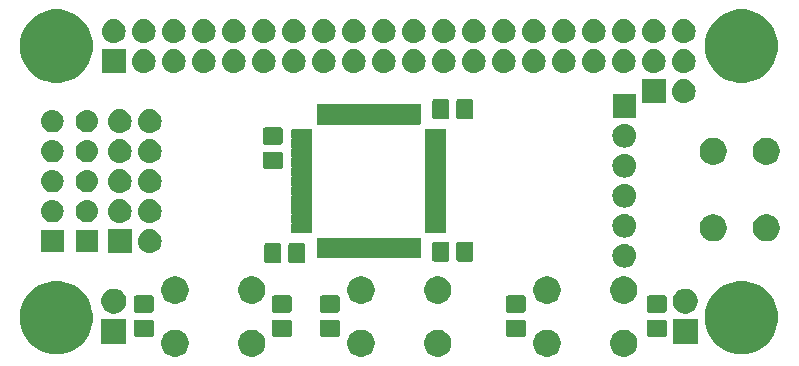
<source format=gts>
G04 #@! TF.GenerationSoftware,KiCad,Pcbnew,(5.1.4)-1*
G04 #@! TF.CreationDate,2019-10-21T18:14:15+01:00*
G04 #@! TF.ProjectId,rgb-to-hdmi,7267622d-746f-42d6-9864-6d692e6b6963,rev?*
G04 #@! TF.SameCoordinates,Original*
G04 #@! TF.FileFunction,Soldermask,Top*
G04 #@! TF.FilePolarity,Negative*
%FSLAX46Y46*%
G04 Gerber Fmt 4.6, Leading zero omitted, Abs format (unit mm)*
G04 Created by KiCad (PCBNEW (5.1.4)-1) date 2019-10-21 18:14:15*
%MOMM*%
%LPD*%
G04 APERTURE LIST*
%ADD10C,0.100000*%
G04 APERTURE END LIST*
D10*
G36*
X48639443Y-52041154D02*
G01*
X48848728Y-52127842D01*
X49037081Y-52253696D01*
X49197264Y-52413879D01*
X49323118Y-52602232D01*
X49409806Y-52811517D01*
X49454000Y-53033695D01*
X49454000Y-53260225D01*
X49409806Y-53482403D01*
X49323118Y-53691688D01*
X49197264Y-53880041D01*
X49037081Y-54040224D01*
X48848728Y-54166078D01*
X48639443Y-54252766D01*
X48417265Y-54296960D01*
X48190735Y-54296960D01*
X47968557Y-54252766D01*
X47759272Y-54166078D01*
X47570919Y-54040224D01*
X47410736Y-53880041D01*
X47284882Y-53691688D01*
X47198194Y-53482403D01*
X47154000Y-53260225D01*
X47154000Y-53033695D01*
X47198194Y-52811517D01*
X47284882Y-52602232D01*
X47410736Y-52413879D01*
X47570919Y-52253696D01*
X47759272Y-52127842D01*
X47968557Y-52041154D01*
X48190735Y-51996960D01*
X48417265Y-51996960D01*
X48639443Y-52041154D01*
X48639443Y-52041154D01*
G37*
G36*
X57887443Y-52041154D02*
G01*
X58096728Y-52127842D01*
X58285081Y-52253696D01*
X58445264Y-52413879D01*
X58571118Y-52602232D01*
X58657806Y-52811517D01*
X58702000Y-53033695D01*
X58702000Y-53260225D01*
X58657806Y-53482403D01*
X58571118Y-53691688D01*
X58445264Y-53880041D01*
X58285081Y-54040224D01*
X58096728Y-54166078D01*
X57887443Y-54252766D01*
X57665265Y-54296960D01*
X57438735Y-54296960D01*
X57216557Y-54252766D01*
X57007272Y-54166078D01*
X56818919Y-54040224D01*
X56658736Y-53880041D01*
X56532882Y-53691688D01*
X56446194Y-53482403D01*
X56402000Y-53260225D01*
X56402000Y-53033695D01*
X56446194Y-52811517D01*
X56532882Y-52602232D01*
X56658736Y-52413879D01*
X56818919Y-52253696D01*
X57007272Y-52127842D01*
X57216557Y-52041154D01*
X57438735Y-51996960D01*
X57665265Y-51996960D01*
X57887443Y-52041154D01*
X57887443Y-52041154D01*
G37*
G36*
X64387443Y-52041154D02*
G01*
X64596728Y-52127842D01*
X64785081Y-52253696D01*
X64945264Y-52413879D01*
X65071118Y-52602232D01*
X65157806Y-52811517D01*
X65202000Y-53033695D01*
X65202000Y-53260225D01*
X65157806Y-53482403D01*
X65071118Y-53691688D01*
X64945264Y-53880041D01*
X64785081Y-54040224D01*
X64596728Y-54166078D01*
X64387443Y-54252766D01*
X64165265Y-54296960D01*
X63938735Y-54296960D01*
X63716557Y-54252766D01*
X63507272Y-54166078D01*
X63318919Y-54040224D01*
X63158736Y-53880041D01*
X63032882Y-53691688D01*
X62946194Y-53482403D01*
X62902000Y-53260225D01*
X62902000Y-53033695D01*
X62946194Y-52811517D01*
X63032882Y-52602232D01*
X63158736Y-52413879D01*
X63318919Y-52253696D01*
X63507272Y-52127842D01*
X63716557Y-52041154D01*
X63938735Y-51996960D01*
X64165265Y-51996960D01*
X64387443Y-52041154D01*
X64387443Y-52041154D01*
G37*
G36*
X26391443Y-52041154D02*
G01*
X26600728Y-52127842D01*
X26789081Y-52253696D01*
X26949264Y-52413879D01*
X27075118Y-52602232D01*
X27161806Y-52811517D01*
X27206000Y-53033695D01*
X27206000Y-53260225D01*
X27161806Y-53482403D01*
X27075118Y-53691688D01*
X26949264Y-53880041D01*
X26789081Y-54040224D01*
X26600728Y-54166078D01*
X26391443Y-54252766D01*
X26169265Y-54296960D01*
X25942735Y-54296960D01*
X25720557Y-54252766D01*
X25511272Y-54166078D01*
X25322919Y-54040224D01*
X25162736Y-53880041D01*
X25036882Y-53691688D01*
X24950194Y-53482403D01*
X24906000Y-53260225D01*
X24906000Y-53033695D01*
X24950194Y-52811517D01*
X25036882Y-52602232D01*
X25162736Y-52413879D01*
X25322919Y-52253696D01*
X25511272Y-52127842D01*
X25720557Y-52041154D01*
X25942735Y-51996960D01*
X26169265Y-51996960D01*
X26391443Y-52041154D01*
X26391443Y-52041154D01*
G37*
G36*
X42139443Y-52041154D02*
G01*
X42348728Y-52127842D01*
X42537081Y-52253696D01*
X42697264Y-52413879D01*
X42823118Y-52602232D01*
X42909806Y-52811517D01*
X42954000Y-53033695D01*
X42954000Y-53260225D01*
X42909806Y-53482403D01*
X42823118Y-53691688D01*
X42697264Y-53880041D01*
X42537081Y-54040224D01*
X42348728Y-54166078D01*
X42139443Y-54252766D01*
X41917265Y-54296960D01*
X41690735Y-54296960D01*
X41468557Y-54252766D01*
X41259272Y-54166078D01*
X41070919Y-54040224D01*
X40910736Y-53880041D01*
X40784882Y-53691688D01*
X40698194Y-53482403D01*
X40654000Y-53260225D01*
X40654000Y-53033695D01*
X40698194Y-52811517D01*
X40784882Y-52602232D01*
X40910736Y-52413879D01*
X41070919Y-52253696D01*
X41259272Y-52127842D01*
X41468557Y-52041154D01*
X41690735Y-51996960D01*
X41917265Y-51996960D01*
X42139443Y-52041154D01*
X42139443Y-52041154D01*
G37*
G36*
X32891443Y-52041154D02*
G01*
X33100728Y-52127842D01*
X33289081Y-52253696D01*
X33449264Y-52413879D01*
X33575118Y-52602232D01*
X33661806Y-52811517D01*
X33706000Y-53033695D01*
X33706000Y-53260225D01*
X33661806Y-53482403D01*
X33575118Y-53691688D01*
X33449264Y-53880041D01*
X33289081Y-54040224D01*
X33100728Y-54166078D01*
X32891443Y-54252766D01*
X32669265Y-54296960D01*
X32442735Y-54296960D01*
X32220557Y-54252766D01*
X32011272Y-54166078D01*
X31822919Y-54040224D01*
X31662736Y-53880041D01*
X31536882Y-53691688D01*
X31450194Y-53482403D01*
X31406000Y-53260225D01*
X31406000Y-53033695D01*
X31450194Y-52811517D01*
X31536882Y-52602232D01*
X31662736Y-52413879D01*
X31822919Y-52253696D01*
X32011272Y-52127842D01*
X32220557Y-52041154D01*
X32442735Y-51996960D01*
X32669265Y-51996960D01*
X32891443Y-52041154D01*
X32891443Y-52041154D01*
G37*
G36*
X16904237Y-48019131D02*
G01*
X17468401Y-48252815D01*
X17976135Y-48592072D01*
X18407928Y-49023865D01*
X18747185Y-49531599D01*
X18977786Y-50088320D01*
X18980869Y-50095763D01*
X19068630Y-50536966D01*
X19100000Y-50694677D01*
X19100000Y-51305323D01*
X18980869Y-51904237D01*
X18747185Y-52468401D01*
X18407928Y-52976135D01*
X17976135Y-53407928D01*
X17468401Y-53747185D01*
X16904237Y-53980869D01*
X16305324Y-54100000D01*
X15694676Y-54100000D01*
X15095763Y-53980869D01*
X14531599Y-53747185D01*
X14023865Y-53407928D01*
X13592072Y-52976135D01*
X13252815Y-52468401D01*
X13019131Y-51904237D01*
X12900000Y-51305323D01*
X12900000Y-50694677D01*
X12931371Y-50536966D01*
X13019131Y-50095763D01*
X13022214Y-50088320D01*
X13252815Y-49531599D01*
X13592072Y-49023865D01*
X14023865Y-48592072D01*
X14531599Y-48252815D01*
X15095763Y-48019131D01*
X15694676Y-47900000D01*
X16305324Y-47900000D01*
X16904237Y-48019131D01*
X16904237Y-48019131D01*
G37*
G36*
X74904237Y-48019131D02*
G01*
X75468401Y-48252815D01*
X75976135Y-48592072D01*
X76407928Y-49023865D01*
X76747185Y-49531599D01*
X76977786Y-50088320D01*
X76980869Y-50095763D01*
X77068630Y-50536966D01*
X77100000Y-50694677D01*
X77100000Y-51305323D01*
X76980869Y-51904237D01*
X76747185Y-52468401D01*
X76407928Y-52976135D01*
X75976135Y-53407928D01*
X75468401Y-53747185D01*
X74904237Y-53980869D01*
X74305324Y-54100000D01*
X73694676Y-54100000D01*
X73095763Y-53980869D01*
X72531599Y-53747185D01*
X72023865Y-53407928D01*
X71592072Y-52976135D01*
X71252815Y-52468401D01*
X71019131Y-51904237D01*
X70900000Y-51305323D01*
X70900000Y-50694677D01*
X70931371Y-50536966D01*
X71019131Y-50095763D01*
X71022214Y-50088320D01*
X71252815Y-49531599D01*
X71592072Y-49023865D01*
X72023865Y-48592072D01*
X72531599Y-48252815D01*
X73095763Y-48019131D01*
X73694676Y-47900000D01*
X74305324Y-47900000D01*
X74904237Y-48019131D01*
X74904237Y-48019131D01*
G37*
G36*
X21922000Y-53180960D02*
G01*
X19822000Y-53180960D01*
X19822000Y-51080960D01*
X21922000Y-51080960D01*
X21922000Y-53180960D01*
X21922000Y-53180960D01*
G37*
G36*
X70309000Y-53180960D02*
G01*
X68209000Y-53180960D01*
X68209000Y-51080960D01*
X70309000Y-51080960D01*
X70309000Y-53180960D01*
X70309000Y-53180960D01*
G37*
G36*
X39847080Y-51165794D02*
G01*
X39884825Y-51177244D01*
X39919613Y-51195838D01*
X39950101Y-51220859D01*
X39975122Y-51251347D01*
X39993716Y-51286135D01*
X40005166Y-51323880D01*
X40010000Y-51372960D01*
X40010000Y-52398960D01*
X40005166Y-52448040D01*
X39993716Y-52485785D01*
X39975122Y-52520573D01*
X39950101Y-52551061D01*
X39919613Y-52576082D01*
X39884825Y-52594676D01*
X39847080Y-52606126D01*
X39798000Y-52610960D01*
X38522000Y-52610960D01*
X38472920Y-52606126D01*
X38435175Y-52594676D01*
X38400387Y-52576082D01*
X38369899Y-52551061D01*
X38344878Y-52520573D01*
X38326284Y-52485785D01*
X38314834Y-52448040D01*
X38310000Y-52398960D01*
X38310000Y-51372960D01*
X38314834Y-51323880D01*
X38326284Y-51286135D01*
X38344878Y-51251347D01*
X38369899Y-51220859D01*
X38400387Y-51195838D01*
X38435175Y-51177244D01*
X38472920Y-51165794D01*
X38522000Y-51160960D01*
X39798000Y-51160960D01*
X39847080Y-51165794D01*
X39847080Y-51165794D01*
G37*
G36*
X55595080Y-51165794D02*
G01*
X55632825Y-51177244D01*
X55667613Y-51195838D01*
X55698101Y-51220859D01*
X55723122Y-51251347D01*
X55741716Y-51286135D01*
X55753166Y-51323880D01*
X55758000Y-51372960D01*
X55758000Y-52398960D01*
X55753166Y-52448040D01*
X55741716Y-52485785D01*
X55723122Y-52520573D01*
X55698101Y-52551061D01*
X55667613Y-52576082D01*
X55632825Y-52594676D01*
X55595080Y-52606126D01*
X55546000Y-52610960D01*
X54270000Y-52610960D01*
X54220920Y-52606126D01*
X54183175Y-52594676D01*
X54148387Y-52576082D01*
X54117899Y-52551061D01*
X54092878Y-52520573D01*
X54074284Y-52485785D01*
X54062834Y-52448040D01*
X54058000Y-52398960D01*
X54058000Y-51372960D01*
X54062834Y-51323880D01*
X54074284Y-51286135D01*
X54092878Y-51251347D01*
X54117899Y-51220859D01*
X54148387Y-51195838D01*
X54183175Y-51177244D01*
X54220920Y-51165794D01*
X54270000Y-51160960D01*
X55546000Y-51160960D01*
X55595080Y-51165794D01*
X55595080Y-51165794D01*
G37*
G36*
X35783080Y-51165794D02*
G01*
X35820825Y-51177244D01*
X35855613Y-51195838D01*
X35886101Y-51220859D01*
X35911122Y-51251347D01*
X35929716Y-51286135D01*
X35941166Y-51323880D01*
X35946000Y-51372960D01*
X35946000Y-52398960D01*
X35941166Y-52448040D01*
X35929716Y-52485785D01*
X35911122Y-52520573D01*
X35886101Y-52551061D01*
X35855613Y-52576082D01*
X35820825Y-52594676D01*
X35783080Y-52606126D01*
X35734000Y-52610960D01*
X34458000Y-52610960D01*
X34408920Y-52606126D01*
X34371175Y-52594676D01*
X34336387Y-52576082D01*
X34305899Y-52551061D01*
X34280878Y-52520573D01*
X34262284Y-52485785D01*
X34250834Y-52448040D01*
X34246000Y-52398960D01*
X34246000Y-51372960D01*
X34250834Y-51323880D01*
X34262284Y-51286135D01*
X34280878Y-51251347D01*
X34305899Y-51220859D01*
X34336387Y-51195838D01*
X34371175Y-51177244D01*
X34408920Y-51165794D01*
X34458000Y-51160960D01*
X35734000Y-51160960D01*
X35783080Y-51165794D01*
X35783080Y-51165794D01*
G37*
G36*
X24099080Y-51165794D02*
G01*
X24136825Y-51177244D01*
X24171613Y-51195838D01*
X24202101Y-51220859D01*
X24227122Y-51251347D01*
X24245716Y-51286135D01*
X24257166Y-51323880D01*
X24262000Y-51372960D01*
X24262000Y-52398960D01*
X24257166Y-52448040D01*
X24245716Y-52485785D01*
X24227122Y-52520573D01*
X24202101Y-52551061D01*
X24171613Y-52576082D01*
X24136825Y-52594676D01*
X24099080Y-52606126D01*
X24050000Y-52610960D01*
X22774000Y-52610960D01*
X22724920Y-52606126D01*
X22687175Y-52594676D01*
X22652387Y-52576082D01*
X22621899Y-52551061D01*
X22596878Y-52520573D01*
X22578284Y-52485785D01*
X22566834Y-52448040D01*
X22562000Y-52398960D01*
X22562000Y-51372960D01*
X22566834Y-51323880D01*
X22578284Y-51286135D01*
X22596878Y-51251347D01*
X22621899Y-51220859D01*
X22652387Y-51195838D01*
X22687175Y-51177244D01*
X22724920Y-51165794D01*
X22774000Y-51160960D01*
X24050000Y-51160960D01*
X24099080Y-51165794D01*
X24099080Y-51165794D01*
G37*
G36*
X67533080Y-51165794D02*
G01*
X67570825Y-51177244D01*
X67605613Y-51195838D01*
X67636101Y-51220859D01*
X67661122Y-51251347D01*
X67679716Y-51286135D01*
X67691166Y-51323880D01*
X67696000Y-51372960D01*
X67696000Y-52398960D01*
X67691166Y-52448040D01*
X67679716Y-52485785D01*
X67661122Y-52520573D01*
X67636101Y-52551061D01*
X67605613Y-52576082D01*
X67570825Y-52594676D01*
X67533080Y-52606126D01*
X67484000Y-52610960D01*
X66208000Y-52610960D01*
X66158920Y-52606126D01*
X66121175Y-52594676D01*
X66086387Y-52576082D01*
X66055899Y-52551061D01*
X66030878Y-52520573D01*
X66012284Y-52485785D01*
X66000834Y-52448040D01*
X65996000Y-52398960D01*
X65996000Y-51372960D01*
X66000834Y-51323880D01*
X66012284Y-51286135D01*
X66030878Y-51251347D01*
X66055899Y-51220859D01*
X66086387Y-51195838D01*
X66121175Y-51177244D01*
X66158920Y-51165794D01*
X66208000Y-51160960D01*
X67484000Y-51160960D01*
X67533080Y-51165794D01*
X67533080Y-51165794D01*
G37*
G36*
X69565274Y-48581310D02*
G01*
X69756362Y-48660462D01*
X69928336Y-48775371D01*
X70074589Y-48921624D01*
X70189498Y-49093598D01*
X70268650Y-49284686D01*
X70309000Y-49487544D01*
X70309000Y-49694376D01*
X70268650Y-49897234D01*
X70189498Y-50088322D01*
X70074589Y-50260296D01*
X69928336Y-50406549D01*
X69756362Y-50521458D01*
X69565274Y-50600610D01*
X69362416Y-50640960D01*
X69155584Y-50640960D01*
X68952726Y-50600610D01*
X68761638Y-50521458D01*
X68589664Y-50406549D01*
X68443411Y-50260296D01*
X68328502Y-50088322D01*
X68249350Y-49897234D01*
X68209000Y-49694376D01*
X68209000Y-49487544D01*
X68249350Y-49284686D01*
X68328502Y-49093598D01*
X68443411Y-48921624D01*
X68589664Y-48775371D01*
X68761638Y-48660462D01*
X68952726Y-48581310D01*
X69155584Y-48540960D01*
X69362416Y-48540960D01*
X69565274Y-48581310D01*
X69565274Y-48581310D01*
G37*
G36*
X21178274Y-48581310D02*
G01*
X21369362Y-48660462D01*
X21541336Y-48775371D01*
X21687589Y-48921624D01*
X21802498Y-49093598D01*
X21881650Y-49284686D01*
X21922000Y-49487544D01*
X21922000Y-49694376D01*
X21881650Y-49897234D01*
X21802498Y-50088322D01*
X21687589Y-50260296D01*
X21541336Y-50406549D01*
X21369362Y-50521458D01*
X21178274Y-50600610D01*
X20975416Y-50640960D01*
X20768584Y-50640960D01*
X20565726Y-50600610D01*
X20374638Y-50521458D01*
X20202664Y-50406549D01*
X20056411Y-50260296D01*
X19941502Y-50088322D01*
X19862350Y-49897234D01*
X19822000Y-49694376D01*
X19822000Y-49487544D01*
X19862350Y-49284686D01*
X19941502Y-49093598D01*
X20056411Y-48921624D01*
X20202664Y-48775371D01*
X20374638Y-48660462D01*
X20565726Y-48581310D01*
X20768584Y-48540960D01*
X20975416Y-48540960D01*
X21178274Y-48581310D01*
X21178274Y-48581310D01*
G37*
G36*
X24099080Y-49115794D02*
G01*
X24136825Y-49127244D01*
X24171613Y-49145838D01*
X24202101Y-49170859D01*
X24227122Y-49201347D01*
X24245716Y-49236135D01*
X24257166Y-49273880D01*
X24262000Y-49322960D01*
X24262000Y-50348960D01*
X24257166Y-50398040D01*
X24245716Y-50435785D01*
X24227122Y-50470573D01*
X24202101Y-50501061D01*
X24171613Y-50526082D01*
X24136825Y-50544676D01*
X24099080Y-50556126D01*
X24050000Y-50560960D01*
X22774000Y-50560960D01*
X22724920Y-50556126D01*
X22687175Y-50544676D01*
X22652387Y-50526082D01*
X22621899Y-50501061D01*
X22596878Y-50470573D01*
X22578284Y-50435785D01*
X22566834Y-50398040D01*
X22562000Y-50348960D01*
X22562000Y-49322960D01*
X22566834Y-49273880D01*
X22578284Y-49236135D01*
X22596878Y-49201347D01*
X22621899Y-49170859D01*
X22652387Y-49145838D01*
X22687175Y-49127244D01*
X22724920Y-49115794D01*
X22774000Y-49110960D01*
X24050000Y-49110960D01*
X24099080Y-49115794D01*
X24099080Y-49115794D01*
G37*
G36*
X35783080Y-49115794D02*
G01*
X35820825Y-49127244D01*
X35855613Y-49145838D01*
X35886101Y-49170859D01*
X35911122Y-49201347D01*
X35929716Y-49236135D01*
X35941166Y-49273880D01*
X35946000Y-49322960D01*
X35946000Y-50348960D01*
X35941166Y-50398040D01*
X35929716Y-50435785D01*
X35911122Y-50470573D01*
X35886101Y-50501061D01*
X35855613Y-50526082D01*
X35820825Y-50544676D01*
X35783080Y-50556126D01*
X35734000Y-50560960D01*
X34458000Y-50560960D01*
X34408920Y-50556126D01*
X34371175Y-50544676D01*
X34336387Y-50526082D01*
X34305899Y-50501061D01*
X34280878Y-50470573D01*
X34262284Y-50435785D01*
X34250834Y-50398040D01*
X34246000Y-50348960D01*
X34246000Y-49322960D01*
X34250834Y-49273880D01*
X34262284Y-49236135D01*
X34280878Y-49201347D01*
X34305899Y-49170859D01*
X34336387Y-49145838D01*
X34371175Y-49127244D01*
X34408920Y-49115794D01*
X34458000Y-49110960D01*
X35734000Y-49110960D01*
X35783080Y-49115794D01*
X35783080Y-49115794D01*
G37*
G36*
X67533080Y-49115794D02*
G01*
X67570825Y-49127244D01*
X67605613Y-49145838D01*
X67636101Y-49170859D01*
X67661122Y-49201347D01*
X67679716Y-49236135D01*
X67691166Y-49273880D01*
X67696000Y-49322960D01*
X67696000Y-50348960D01*
X67691166Y-50398040D01*
X67679716Y-50435785D01*
X67661122Y-50470573D01*
X67636101Y-50501061D01*
X67605613Y-50526082D01*
X67570825Y-50544676D01*
X67533080Y-50556126D01*
X67484000Y-50560960D01*
X66208000Y-50560960D01*
X66158920Y-50556126D01*
X66121175Y-50544676D01*
X66086387Y-50526082D01*
X66055899Y-50501061D01*
X66030878Y-50470573D01*
X66012284Y-50435785D01*
X66000834Y-50398040D01*
X65996000Y-50348960D01*
X65996000Y-49322960D01*
X66000834Y-49273880D01*
X66012284Y-49236135D01*
X66030878Y-49201347D01*
X66055899Y-49170859D01*
X66086387Y-49145838D01*
X66121175Y-49127244D01*
X66158920Y-49115794D01*
X66208000Y-49110960D01*
X67484000Y-49110960D01*
X67533080Y-49115794D01*
X67533080Y-49115794D01*
G37*
G36*
X39847080Y-49115794D02*
G01*
X39884825Y-49127244D01*
X39919613Y-49145838D01*
X39950101Y-49170859D01*
X39975122Y-49201347D01*
X39993716Y-49236135D01*
X40005166Y-49273880D01*
X40010000Y-49322960D01*
X40010000Y-50348960D01*
X40005166Y-50398040D01*
X39993716Y-50435785D01*
X39975122Y-50470573D01*
X39950101Y-50501061D01*
X39919613Y-50526082D01*
X39884825Y-50544676D01*
X39847080Y-50556126D01*
X39798000Y-50560960D01*
X38522000Y-50560960D01*
X38472920Y-50556126D01*
X38435175Y-50544676D01*
X38400387Y-50526082D01*
X38369899Y-50501061D01*
X38344878Y-50470573D01*
X38326284Y-50435785D01*
X38314834Y-50398040D01*
X38310000Y-50348960D01*
X38310000Y-49322960D01*
X38314834Y-49273880D01*
X38326284Y-49236135D01*
X38344878Y-49201347D01*
X38369899Y-49170859D01*
X38400387Y-49145838D01*
X38435175Y-49127244D01*
X38472920Y-49115794D01*
X38522000Y-49110960D01*
X39798000Y-49110960D01*
X39847080Y-49115794D01*
X39847080Y-49115794D01*
G37*
G36*
X55595080Y-49115794D02*
G01*
X55632825Y-49127244D01*
X55667613Y-49145838D01*
X55698101Y-49170859D01*
X55723122Y-49201347D01*
X55741716Y-49236135D01*
X55753166Y-49273880D01*
X55758000Y-49322960D01*
X55758000Y-50348960D01*
X55753166Y-50398040D01*
X55741716Y-50435785D01*
X55723122Y-50470573D01*
X55698101Y-50501061D01*
X55667613Y-50526082D01*
X55632825Y-50544676D01*
X55595080Y-50556126D01*
X55546000Y-50560960D01*
X54270000Y-50560960D01*
X54220920Y-50556126D01*
X54183175Y-50544676D01*
X54148387Y-50526082D01*
X54117899Y-50501061D01*
X54092878Y-50470573D01*
X54074284Y-50435785D01*
X54062834Y-50398040D01*
X54058000Y-50348960D01*
X54058000Y-49322960D01*
X54062834Y-49273880D01*
X54074284Y-49236135D01*
X54092878Y-49201347D01*
X54117899Y-49170859D01*
X54148387Y-49145838D01*
X54183175Y-49127244D01*
X54220920Y-49115794D01*
X54270000Y-49110960D01*
X55546000Y-49110960D01*
X55595080Y-49115794D01*
X55595080Y-49115794D01*
G37*
G36*
X26391443Y-47541154D02*
G01*
X26600728Y-47627842D01*
X26789081Y-47753696D01*
X26949264Y-47913879D01*
X27075118Y-48102232D01*
X27161806Y-48311517D01*
X27206000Y-48533695D01*
X27206000Y-48760225D01*
X27161806Y-48982403D01*
X27075118Y-49191688D01*
X26949264Y-49380041D01*
X26789081Y-49540224D01*
X26600728Y-49666078D01*
X26391443Y-49752766D01*
X26169265Y-49796960D01*
X25942735Y-49796960D01*
X25720557Y-49752766D01*
X25511272Y-49666078D01*
X25322919Y-49540224D01*
X25162736Y-49380041D01*
X25036882Y-49191688D01*
X24950194Y-48982403D01*
X24906000Y-48760225D01*
X24906000Y-48533695D01*
X24950194Y-48311517D01*
X25036882Y-48102232D01*
X25162736Y-47913879D01*
X25322919Y-47753696D01*
X25511272Y-47627842D01*
X25720557Y-47541154D01*
X25942735Y-47496960D01*
X26169265Y-47496960D01*
X26391443Y-47541154D01*
X26391443Y-47541154D01*
G37*
G36*
X32891443Y-47541154D02*
G01*
X33100728Y-47627842D01*
X33289081Y-47753696D01*
X33449264Y-47913879D01*
X33575118Y-48102232D01*
X33661806Y-48311517D01*
X33706000Y-48533695D01*
X33706000Y-48760225D01*
X33661806Y-48982403D01*
X33575118Y-49191688D01*
X33449264Y-49380041D01*
X33289081Y-49540224D01*
X33100728Y-49666078D01*
X32891443Y-49752766D01*
X32669265Y-49796960D01*
X32442735Y-49796960D01*
X32220557Y-49752766D01*
X32011272Y-49666078D01*
X31822919Y-49540224D01*
X31662736Y-49380041D01*
X31536882Y-49191688D01*
X31450194Y-48982403D01*
X31406000Y-48760225D01*
X31406000Y-48533695D01*
X31450194Y-48311517D01*
X31536882Y-48102232D01*
X31662736Y-47913879D01*
X31822919Y-47753696D01*
X32011272Y-47627842D01*
X32220557Y-47541154D01*
X32442735Y-47496960D01*
X32669265Y-47496960D01*
X32891443Y-47541154D01*
X32891443Y-47541154D01*
G37*
G36*
X48639443Y-47541154D02*
G01*
X48848728Y-47627842D01*
X49037081Y-47753696D01*
X49197264Y-47913879D01*
X49323118Y-48102232D01*
X49409806Y-48311517D01*
X49454000Y-48533695D01*
X49454000Y-48760225D01*
X49409806Y-48982403D01*
X49323118Y-49191688D01*
X49197264Y-49380041D01*
X49037081Y-49540224D01*
X48848728Y-49666078D01*
X48639443Y-49752766D01*
X48417265Y-49796960D01*
X48190735Y-49796960D01*
X47968557Y-49752766D01*
X47759272Y-49666078D01*
X47570919Y-49540224D01*
X47410736Y-49380041D01*
X47284882Y-49191688D01*
X47198194Y-48982403D01*
X47154000Y-48760225D01*
X47154000Y-48533695D01*
X47198194Y-48311517D01*
X47284882Y-48102232D01*
X47410736Y-47913879D01*
X47570919Y-47753696D01*
X47759272Y-47627842D01*
X47968557Y-47541154D01*
X48190735Y-47496960D01*
X48417265Y-47496960D01*
X48639443Y-47541154D01*
X48639443Y-47541154D01*
G37*
G36*
X42139443Y-47541154D02*
G01*
X42348728Y-47627842D01*
X42537081Y-47753696D01*
X42697264Y-47913879D01*
X42823118Y-48102232D01*
X42909806Y-48311517D01*
X42954000Y-48533695D01*
X42954000Y-48760225D01*
X42909806Y-48982403D01*
X42823118Y-49191688D01*
X42697264Y-49380041D01*
X42537081Y-49540224D01*
X42348728Y-49666078D01*
X42139443Y-49752766D01*
X41917265Y-49796960D01*
X41690735Y-49796960D01*
X41468557Y-49752766D01*
X41259272Y-49666078D01*
X41070919Y-49540224D01*
X40910736Y-49380041D01*
X40784882Y-49191688D01*
X40698194Y-48982403D01*
X40654000Y-48760225D01*
X40654000Y-48533695D01*
X40698194Y-48311517D01*
X40784882Y-48102232D01*
X40910736Y-47913879D01*
X41070919Y-47753696D01*
X41259272Y-47627842D01*
X41468557Y-47541154D01*
X41690735Y-47496960D01*
X41917265Y-47496960D01*
X42139443Y-47541154D01*
X42139443Y-47541154D01*
G37*
G36*
X57887443Y-47541154D02*
G01*
X58096728Y-47627842D01*
X58285081Y-47753696D01*
X58445264Y-47913879D01*
X58571118Y-48102232D01*
X58657806Y-48311517D01*
X58702000Y-48533695D01*
X58702000Y-48760225D01*
X58657806Y-48982403D01*
X58571118Y-49191688D01*
X58445264Y-49380041D01*
X58285081Y-49540224D01*
X58096728Y-49666078D01*
X57887443Y-49752766D01*
X57665265Y-49796960D01*
X57438735Y-49796960D01*
X57216557Y-49752766D01*
X57007272Y-49666078D01*
X56818919Y-49540224D01*
X56658736Y-49380041D01*
X56532882Y-49191688D01*
X56446194Y-48982403D01*
X56402000Y-48760225D01*
X56402000Y-48533695D01*
X56446194Y-48311517D01*
X56532882Y-48102232D01*
X56658736Y-47913879D01*
X56818919Y-47753696D01*
X57007272Y-47627842D01*
X57216557Y-47541154D01*
X57438735Y-47496960D01*
X57665265Y-47496960D01*
X57887443Y-47541154D01*
X57887443Y-47541154D01*
G37*
G36*
X64387443Y-47541154D02*
G01*
X64596728Y-47627842D01*
X64785081Y-47753696D01*
X64945264Y-47913879D01*
X65071118Y-48102232D01*
X65157806Y-48311517D01*
X65202000Y-48533695D01*
X65202000Y-48760225D01*
X65157806Y-48982403D01*
X65071118Y-49191688D01*
X64945264Y-49380041D01*
X64785081Y-49540224D01*
X64596728Y-49666078D01*
X64387443Y-49752766D01*
X64165265Y-49796960D01*
X63938735Y-49796960D01*
X63716557Y-49752766D01*
X63507272Y-49666078D01*
X63318919Y-49540224D01*
X63158736Y-49380041D01*
X63032882Y-49191688D01*
X62946194Y-48982403D01*
X62902000Y-48760225D01*
X62902000Y-48533695D01*
X62946194Y-48311517D01*
X63032882Y-48102232D01*
X63158736Y-47913879D01*
X63318919Y-47753696D01*
X63507272Y-47627842D01*
X63716557Y-47541154D01*
X63938735Y-47496960D01*
X64165265Y-47496960D01*
X64387443Y-47541154D01*
X64387443Y-47541154D01*
G37*
G36*
X64296836Y-44768470D02*
G01*
X64485333Y-44825650D01*
X64603776Y-44888960D01*
X64659058Y-44918509D01*
X64811328Y-45043473D01*
X64936292Y-45195743D01*
X64936293Y-45195745D01*
X65029151Y-45369468D01*
X65086331Y-45557965D01*
X65105638Y-45754001D01*
X65086331Y-45950037D01*
X65029151Y-46138534D01*
X64942702Y-46300266D01*
X64936292Y-46312259D01*
X64811328Y-46464529D01*
X64659058Y-46589493D01*
X64659056Y-46589494D01*
X64485333Y-46682352D01*
X64296836Y-46739532D01*
X64149925Y-46754001D01*
X64051675Y-46754001D01*
X63904764Y-46739532D01*
X63716267Y-46682352D01*
X63542544Y-46589494D01*
X63542542Y-46589493D01*
X63390272Y-46464529D01*
X63265308Y-46312259D01*
X63258898Y-46300266D01*
X63172449Y-46138534D01*
X63115269Y-45950037D01*
X63095962Y-45754001D01*
X63115269Y-45557965D01*
X63172449Y-45369468D01*
X63265307Y-45195745D01*
X63265308Y-45195743D01*
X63390272Y-45043473D01*
X63542542Y-44918509D01*
X63597824Y-44888960D01*
X63716267Y-44825650D01*
X63904764Y-44768470D01*
X64051675Y-44754001D01*
X64149925Y-44754001D01*
X64296836Y-44768470D01*
X64296836Y-44768470D01*
G37*
G36*
X36937080Y-44681794D02*
G01*
X36974825Y-44693244D01*
X37009613Y-44711838D01*
X37040101Y-44736859D01*
X37065122Y-44767347D01*
X37083716Y-44802135D01*
X37095166Y-44839880D01*
X37100000Y-44888960D01*
X37100000Y-46164960D01*
X37095166Y-46214040D01*
X37083716Y-46251785D01*
X37065122Y-46286573D01*
X37040101Y-46317061D01*
X37009613Y-46342082D01*
X36974825Y-46360676D01*
X36937080Y-46372126D01*
X36888000Y-46376960D01*
X35862000Y-46376960D01*
X35812920Y-46372126D01*
X35775175Y-46360676D01*
X35740387Y-46342082D01*
X35709899Y-46317061D01*
X35684878Y-46286573D01*
X35666284Y-46251785D01*
X35654834Y-46214040D01*
X35650000Y-46164960D01*
X35650000Y-44888960D01*
X35654834Y-44839880D01*
X35666284Y-44802135D01*
X35684878Y-44767347D01*
X35709899Y-44736859D01*
X35740387Y-44711838D01*
X35775175Y-44693244D01*
X35812920Y-44681794D01*
X35862000Y-44676960D01*
X36888000Y-44676960D01*
X36937080Y-44681794D01*
X36937080Y-44681794D01*
G37*
G36*
X34887080Y-44681794D02*
G01*
X34924825Y-44693244D01*
X34959613Y-44711838D01*
X34990101Y-44736859D01*
X35015122Y-44767347D01*
X35033716Y-44802135D01*
X35045166Y-44839880D01*
X35050000Y-44888960D01*
X35050000Y-46164960D01*
X35045166Y-46214040D01*
X35033716Y-46251785D01*
X35015122Y-46286573D01*
X34990101Y-46317061D01*
X34959613Y-46342082D01*
X34924825Y-46360676D01*
X34887080Y-46372126D01*
X34838000Y-46376960D01*
X33812000Y-46376960D01*
X33762920Y-46372126D01*
X33725175Y-46360676D01*
X33690387Y-46342082D01*
X33659899Y-46317061D01*
X33634878Y-46286573D01*
X33616284Y-46251785D01*
X33604834Y-46214040D01*
X33600000Y-46164960D01*
X33600000Y-44888960D01*
X33604834Y-44839880D01*
X33616284Y-44802135D01*
X33634878Y-44767347D01*
X33659899Y-44736859D01*
X33690387Y-44711838D01*
X33725175Y-44693244D01*
X33762920Y-44681794D01*
X33812000Y-44676960D01*
X34838000Y-44676960D01*
X34887080Y-44681794D01*
X34887080Y-44681794D01*
G37*
G36*
X51161080Y-44554794D02*
G01*
X51198825Y-44566244D01*
X51233613Y-44584838D01*
X51264101Y-44609859D01*
X51289122Y-44640347D01*
X51307716Y-44675135D01*
X51319166Y-44712880D01*
X51324000Y-44761960D01*
X51324000Y-46037960D01*
X51319166Y-46087040D01*
X51307716Y-46124785D01*
X51289122Y-46159573D01*
X51264101Y-46190061D01*
X51233613Y-46215082D01*
X51198825Y-46233676D01*
X51161080Y-46245126D01*
X51112000Y-46249960D01*
X50086000Y-46249960D01*
X50036920Y-46245126D01*
X49999175Y-46233676D01*
X49964387Y-46215082D01*
X49933899Y-46190061D01*
X49908878Y-46159573D01*
X49890284Y-46124785D01*
X49878834Y-46087040D01*
X49874000Y-46037960D01*
X49874000Y-44761960D01*
X49878834Y-44712880D01*
X49890284Y-44675135D01*
X49908878Y-44640347D01*
X49933899Y-44609859D01*
X49964387Y-44584838D01*
X49999175Y-44566244D01*
X50036920Y-44554794D01*
X50086000Y-44549960D01*
X51112000Y-44549960D01*
X51161080Y-44554794D01*
X51161080Y-44554794D01*
G37*
G36*
X49111080Y-44554794D02*
G01*
X49148825Y-44566244D01*
X49183613Y-44584838D01*
X49214101Y-44609859D01*
X49239122Y-44640347D01*
X49257716Y-44675135D01*
X49269166Y-44712880D01*
X49274000Y-44761960D01*
X49274000Y-46037960D01*
X49269166Y-46087040D01*
X49257716Y-46124785D01*
X49239122Y-46159573D01*
X49214101Y-46190061D01*
X49183613Y-46215082D01*
X49148825Y-46233676D01*
X49111080Y-46245126D01*
X49062000Y-46249960D01*
X48036000Y-46249960D01*
X47986920Y-46245126D01*
X47949175Y-46233676D01*
X47914387Y-46215082D01*
X47883899Y-46190061D01*
X47858878Y-46159573D01*
X47840284Y-46124785D01*
X47828834Y-46087040D01*
X47824000Y-46037960D01*
X47824000Y-44761960D01*
X47828834Y-44712880D01*
X47840284Y-44675135D01*
X47858878Y-44640347D01*
X47883899Y-44609859D01*
X47914387Y-44584838D01*
X47949175Y-44566244D01*
X47986920Y-44554794D01*
X48036000Y-44549960D01*
X49062000Y-44549960D01*
X49111080Y-44554794D01*
X49111080Y-44554794D01*
G37*
G36*
X38796260Y-44209071D02*
G01*
X38803943Y-44211402D01*
X38842397Y-44219051D01*
X38881603Y-44219051D01*
X38920057Y-44211402D01*
X38927740Y-44209071D01*
X38959328Y-44205960D01*
X39564672Y-44205960D01*
X39596260Y-44209071D01*
X39603943Y-44211402D01*
X39642397Y-44219051D01*
X39681603Y-44219051D01*
X39720057Y-44211402D01*
X39727740Y-44209071D01*
X39759328Y-44205960D01*
X40364672Y-44205960D01*
X40396260Y-44209071D01*
X40403943Y-44211402D01*
X40442397Y-44219051D01*
X40481603Y-44219051D01*
X40520057Y-44211402D01*
X40527740Y-44209071D01*
X40559328Y-44205960D01*
X41164672Y-44205960D01*
X41196260Y-44209071D01*
X41203943Y-44211402D01*
X41242397Y-44219051D01*
X41281603Y-44219051D01*
X41320057Y-44211402D01*
X41327740Y-44209071D01*
X41359328Y-44205960D01*
X41964672Y-44205960D01*
X41996260Y-44209071D01*
X42003943Y-44211402D01*
X42042397Y-44219051D01*
X42081603Y-44219051D01*
X42120057Y-44211402D01*
X42127740Y-44209071D01*
X42159328Y-44205960D01*
X42764672Y-44205960D01*
X42796260Y-44209071D01*
X42803943Y-44211402D01*
X42842397Y-44219051D01*
X42881603Y-44219051D01*
X42920057Y-44211402D01*
X42927740Y-44209071D01*
X42959328Y-44205960D01*
X43564672Y-44205960D01*
X43596260Y-44209071D01*
X43603943Y-44211402D01*
X43642397Y-44219051D01*
X43681603Y-44219051D01*
X43720057Y-44211402D01*
X43727740Y-44209071D01*
X43759328Y-44205960D01*
X44364672Y-44205960D01*
X44396260Y-44209071D01*
X44403943Y-44211402D01*
X44442397Y-44219051D01*
X44481603Y-44219051D01*
X44520057Y-44211402D01*
X44527740Y-44209071D01*
X44559328Y-44205960D01*
X45164672Y-44205960D01*
X45196260Y-44209071D01*
X45203943Y-44211402D01*
X45242397Y-44219051D01*
X45281603Y-44219051D01*
X45320057Y-44211402D01*
X45327740Y-44209071D01*
X45359328Y-44205960D01*
X45964672Y-44205960D01*
X45996260Y-44209071D01*
X46003943Y-44211402D01*
X46042397Y-44219051D01*
X46081603Y-44219051D01*
X46120057Y-44211402D01*
X46127740Y-44209071D01*
X46159328Y-44205960D01*
X46764672Y-44205960D01*
X46796259Y-44209071D01*
X46817182Y-44215418D01*
X46836461Y-44225723D01*
X46853365Y-44239595D01*
X46867237Y-44256499D01*
X46877542Y-44275778D01*
X46883889Y-44296701D01*
X46887000Y-44328288D01*
X46887000Y-45858632D01*
X46883889Y-45890219D01*
X46877542Y-45911142D01*
X46867237Y-45930421D01*
X46853365Y-45947325D01*
X46836461Y-45961197D01*
X46817182Y-45971502D01*
X46796259Y-45977849D01*
X46764672Y-45980960D01*
X46159328Y-45980960D01*
X46127740Y-45977849D01*
X46120057Y-45975518D01*
X46081603Y-45967869D01*
X46042397Y-45967869D01*
X46003943Y-45975518D01*
X45996260Y-45977849D01*
X45964672Y-45980960D01*
X45359328Y-45980960D01*
X45327740Y-45977849D01*
X45320057Y-45975518D01*
X45281603Y-45967869D01*
X45242397Y-45967869D01*
X45203943Y-45975518D01*
X45196260Y-45977849D01*
X45164672Y-45980960D01*
X44559328Y-45980960D01*
X44527740Y-45977849D01*
X44520057Y-45975518D01*
X44481603Y-45967869D01*
X44442397Y-45967869D01*
X44403943Y-45975518D01*
X44396260Y-45977849D01*
X44364672Y-45980960D01*
X43759328Y-45980960D01*
X43727740Y-45977849D01*
X43720057Y-45975518D01*
X43681603Y-45967869D01*
X43642397Y-45967869D01*
X43603943Y-45975518D01*
X43596260Y-45977849D01*
X43564672Y-45980960D01*
X42959328Y-45980960D01*
X42927740Y-45977849D01*
X42920057Y-45975518D01*
X42881603Y-45967869D01*
X42842397Y-45967869D01*
X42803943Y-45975518D01*
X42796260Y-45977849D01*
X42764672Y-45980960D01*
X42159328Y-45980960D01*
X42127740Y-45977849D01*
X42120057Y-45975518D01*
X42081603Y-45967869D01*
X42042397Y-45967869D01*
X42003943Y-45975518D01*
X41996260Y-45977849D01*
X41964672Y-45980960D01*
X41359328Y-45980960D01*
X41327740Y-45977849D01*
X41320057Y-45975518D01*
X41281603Y-45967869D01*
X41242397Y-45967869D01*
X41203943Y-45975518D01*
X41196260Y-45977849D01*
X41164672Y-45980960D01*
X40559328Y-45980960D01*
X40527740Y-45977849D01*
X40520057Y-45975518D01*
X40481603Y-45967869D01*
X40442397Y-45967869D01*
X40403943Y-45975518D01*
X40396260Y-45977849D01*
X40364672Y-45980960D01*
X39759328Y-45980960D01*
X39727740Y-45977849D01*
X39720057Y-45975518D01*
X39681603Y-45967869D01*
X39642397Y-45967869D01*
X39603943Y-45975518D01*
X39596260Y-45977849D01*
X39564672Y-45980960D01*
X38959328Y-45980960D01*
X38927740Y-45977849D01*
X38920057Y-45975518D01*
X38881603Y-45967869D01*
X38842397Y-45967869D01*
X38803943Y-45975518D01*
X38796260Y-45977849D01*
X38764672Y-45980960D01*
X38159328Y-45980960D01*
X38127741Y-45977849D01*
X38106818Y-45971502D01*
X38087539Y-45961197D01*
X38070635Y-45947325D01*
X38056763Y-45930421D01*
X38046458Y-45911142D01*
X38040111Y-45890219D01*
X38037000Y-45858632D01*
X38037000Y-44328288D01*
X38040111Y-44296701D01*
X38046458Y-44275778D01*
X38056763Y-44256499D01*
X38070635Y-44239595D01*
X38087539Y-44225723D01*
X38106818Y-44215418D01*
X38127741Y-44209071D01*
X38159328Y-44205960D01*
X38764672Y-44205960D01*
X38796260Y-44209071D01*
X38796260Y-44209071D01*
G37*
G36*
X22380000Y-45510960D02*
G01*
X20380000Y-45510960D01*
X20380000Y-43510960D01*
X22380000Y-43510960D01*
X22380000Y-45510960D01*
X22380000Y-45510960D01*
G37*
G36*
X24116036Y-43525429D02*
G01*
X24304533Y-43582609D01*
X24466265Y-43669058D01*
X24478258Y-43675468D01*
X24630528Y-43800432D01*
X24755492Y-43952702D01*
X24755493Y-43952704D01*
X24848351Y-44126427D01*
X24905531Y-44314924D01*
X24924838Y-44510960D01*
X24905531Y-44706996D01*
X24848351Y-44895493D01*
X24796672Y-44992176D01*
X24755492Y-45069218D01*
X24630528Y-45221488D01*
X24478258Y-45346452D01*
X24478256Y-45346453D01*
X24304533Y-45439311D01*
X24116036Y-45496491D01*
X23969125Y-45510960D01*
X23870875Y-45510960D01*
X23723964Y-45496491D01*
X23535467Y-45439311D01*
X23361744Y-45346453D01*
X23361742Y-45346452D01*
X23209472Y-45221488D01*
X23084508Y-45069218D01*
X23043328Y-44992176D01*
X22991649Y-44895493D01*
X22934469Y-44706996D01*
X22915162Y-44510960D01*
X22934469Y-44314924D01*
X22991649Y-44126427D01*
X23084507Y-43952704D01*
X23084508Y-43952702D01*
X23209472Y-43800432D01*
X23361742Y-43675468D01*
X23373735Y-43669058D01*
X23535467Y-43582609D01*
X23723964Y-43525429D01*
X23870875Y-43510960D01*
X23969125Y-43510960D01*
X24116036Y-43525429D01*
X24116036Y-43525429D01*
G37*
G36*
X19536000Y-45460960D02*
G01*
X17636000Y-45460960D01*
X17636000Y-43560960D01*
X19536000Y-43560960D01*
X19536000Y-45460960D01*
X19536000Y-45460960D01*
G37*
G36*
X16615000Y-45460960D02*
G01*
X14715000Y-45460960D01*
X14715000Y-43560960D01*
X16615000Y-43560960D01*
X16615000Y-45460960D01*
X16615000Y-45460960D01*
G37*
G36*
X71952443Y-42285154D02*
G01*
X72161728Y-42371842D01*
X72350081Y-42497696D01*
X72510264Y-42657879D01*
X72636118Y-42846232D01*
X72722806Y-43055517D01*
X72767000Y-43277695D01*
X72767000Y-43504225D01*
X72722806Y-43726403D01*
X72636118Y-43935688D01*
X72510264Y-44124041D01*
X72350081Y-44284224D01*
X72161728Y-44410078D01*
X71952443Y-44496766D01*
X71730265Y-44540960D01*
X71503735Y-44540960D01*
X71281557Y-44496766D01*
X71072272Y-44410078D01*
X70883919Y-44284224D01*
X70723736Y-44124041D01*
X70597882Y-43935688D01*
X70511194Y-43726403D01*
X70467000Y-43504225D01*
X70467000Y-43277695D01*
X70511194Y-43055517D01*
X70597882Y-42846232D01*
X70723736Y-42657879D01*
X70883919Y-42497696D01*
X71072272Y-42371842D01*
X71281557Y-42285154D01*
X71503735Y-42240960D01*
X71730265Y-42240960D01*
X71952443Y-42285154D01*
X71952443Y-42285154D01*
G37*
G36*
X76452443Y-42285154D02*
G01*
X76661728Y-42371842D01*
X76850081Y-42497696D01*
X77010264Y-42657879D01*
X77136118Y-42846232D01*
X77222806Y-43055517D01*
X77267000Y-43277695D01*
X77267000Y-43504225D01*
X77222806Y-43726403D01*
X77136118Y-43935688D01*
X77010264Y-44124041D01*
X76850081Y-44284224D01*
X76661728Y-44410078D01*
X76452443Y-44496766D01*
X76230265Y-44540960D01*
X76003735Y-44540960D01*
X75781557Y-44496766D01*
X75572272Y-44410078D01*
X75383919Y-44284224D01*
X75223736Y-44124041D01*
X75097882Y-43935688D01*
X75011194Y-43726403D01*
X74967000Y-43504225D01*
X74967000Y-43277695D01*
X75011194Y-43055517D01*
X75097882Y-42846232D01*
X75223736Y-42657879D01*
X75383919Y-42497696D01*
X75572272Y-42371842D01*
X75781557Y-42285154D01*
X76003735Y-42240960D01*
X76230265Y-42240960D01*
X76452443Y-42285154D01*
X76452443Y-42285154D01*
G37*
G36*
X64296836Y-42228470D02*
G01*
X64485333Y-42285650D01*
X64615998Y-42355493D01*
X64659058Y-42378509D01*
X64811328Y-42503473D01*
X64936292Y-42655743D01*
X64936293Y-42655745D01*
X65029151Y-42829468D01*
X65086331Y-43017965D01*
X65105638Y-43214001D01*
X65086331Y-43410037D01*
X65029151Y-43598534D01*
X64961670Y-43724780D01*
X64936292Y-43772259D01*
X64811328Y-43924529D01*
X64659058Y-44049493D01*
X64659056Y-44049494D01*
X64485333Y-44142352D01*
X64296836Y-44199532D01*
X64149925Y-44214001D01*
X64051675Y-44214001D01*
X63904764Y-44199532D01*
X63716267Y-44142352D01*
X63542544Y-44049494D01*
X63542542Y-44049493D01*
X63390272Y-43924529D01*
X63265308Y-43772259D01*
X63239930Y-43724780D01*
X63172449Y-43598534D01*
X63115269Y-43410037D01*
X63095962Y-43214001D01*
X63115269Y-43017965D01*
X63172449Y-42829468D01*
X63265307Y-42655745D01*
X63265308Y-42655743D01*
X63390272Y-42503473D01*
X63542542Y-42378509D01*
X63585602Y-42355493D01*
X63716267Y-42285650D01*
X63904764Y-42228470D01*
X64051675Y-42214001D01*
X64149925Y-42214001D01*
X64296836Y-42228470D01*
X64296836Y-42228470D01*
G37*
G36*
X48921259Y-35009071D02*
G01*
X48942182Y-35015418D01*
X48961461Y-35025723D01*
X48978365Y-35039595D01*
X48992237Y-35056499D01*
X49002542Y-35075778D01*
X49008889Y-35096701D01*
X49012000Y-35128288D01*
X49012000Y-35733632D01*
X49008889Y-35765220D01*
X49006558Y-35772903D01*
X48998909Y-35811357D01*
X48998909Y-35850563D01*
X49006558Y-35889017D01*
X49008889Y-35896700D01*
X49012000Y-35928288D01*
X49012000Y-36533632D01*
X49008889Y-36565220D01*
X49006558Y-36572903D01*
X48998909Y-36611357D01*
X48998909Y-36650563D01*
X49006558Y-36689017D01*
X49008889Y-36696700D01*
X49012000Y-36728288D01*
X49012000Y-37333632D01*
X49008889Y-37365220D01*
X49006558Y-37372903D01*
X48998909Y-37411357D01*
X48998909Y-37450563D01*
X49006558Y-37489017D01*
X49008889Y-37496700D01*
X49012000Y-37528288D01*
X49012000Y-38133632D01*
X49008889Y-38165220D01*
X49006558Y-38172903D01*
X48998909Y-38211357D01*
X48998909Y-38250563D01*
X49006558Y-38289017D01*
X49008889Y-38296700D01*
X49012000Y-38328288D01*
X49012000Y-38933632D01*
X49008889Y-38965220D01*
X49006558Y-38972903D01*
X48998909Y-39011357D01*
X48998909Y-39050563D01*
X49006558Y-39089017D01*
X49008889Y-39096700D01*
X49012000Y-39128288D01*
X49012000Y-39733632D01*
X49008889Y-39765220D01*
X49006558Y-39772903D01*
X48998909Y-39811357D01*
X48998909Y-39850563D01*
X49006558Y-39889017D01*
X49008889Y-39896700D01*
X49012000Y-39928288D01*
X49012000Y-40533632D01*
X49008889Y-40565216D01*
X49006558Y-40572900D01*
X48998909Y-40611354D01*
X48998909Y-40650560D01*
X49006557Y-40689014D01*
X49008889Y-40696701D01*
X49012000Y-40728288D01*
X49012000Y-41333632D01*
X49008889Y-41365220D01*
X49006558Y-41372903D01*
X48998909Y-41411357D01*
X48998909Y-41450563D01*
X49006558Y-41489017D01*
X49008889Y-41496700D01*
X49012000Y-41528288D01*
X49012000Y-42133632D01*
X49008889Y-42165220D01*
X49006558Y-42172903D01*
X48998909Y-42211357D01*
X48998909Y-42250563D01*
X49006558Y-42289017D01*
X49008889Y-42296700D01*
X49012000Y-42328288D01*
X49012000Y-42933632D01*
X49008889Y-42965220D01*
X49006558Y-42972903D01*
X48998909Y-43011357D01*
X48998909Y-43050563D01*
X49006558Y-43089017D01*
X49008889Y-43096700D01*
X49012000Y-43128288D01*
X49012000Y-43733632D01*
X49008889Y-43765219D01*
X49002542Y-43786142D01*
X48992237Y-43805421D01*
X48978365Y-43822325D01*
X48961461Y-43836197D01*
X48942182Y-43846502D01*
X48921259Y-43852849D01*
X48889672Y-43855960D01*
X47359328Y-43855960D01*
X47327741Y-43852849D01*
X47306818Y-43846502D01*
X47287539Y-43836197D01*
X47270635Y-43822325D01*
X47256763Y-43805421D01*
X47246458Y-43786142D01*
X47240111Y-43765219D01*
X47237000Y-43733632D01*
X47237000Y-43128288D01*
X47240111Y-43096700D01*
X47242442Y-43089017D01*
X47250091Y-43050563D01*
X47250091Y-43011357D01*
X47242442Y-42972903D01*
X47240111Y-42965220D01*
X47237000Y-42933632D01*
X47237000Y-42328288D01*
X47240111Y-42296700D01*
X47242442Y-42289017D01*
X47250091Y-42250563D01*
X47250091Y-42211357D01*
X47242442Y-42172903D01*
X47240111Y-42165220D01*
X47237000Y-42133632D01*
X47237000Y-41528288D01*
X47240111Y-41496700D01*
X47242442Y-41489017D01*
X47250091Y-41450563D01*
X47250091Y-41411357D01*
X47242442Y-41372903D01*
X47240111Y-41365220D01*
X47237000Y-41333632D01*
X47237000Y-40728288D01*
X47240111Y-40696701D01*
X47242443Y-40689014D01*
X47250091Y-40650560D01*
X47250091Y-40611354D01*
X47242442Y-40572900D01*
X47240111Y-40565216D01*
X47237000Y-40533632D01*
X47237000Y-39928288D01*
X47240111Y-39896700D01*
X47242442Y-39889017D01*
X47250091Y-39850563D01*
X47250091Y-39811357D01*
X47242442Y-39772903D01*
X47240111Y-39765220D01*
X47237000Y-39733632D01*
X47237000Y-39128288D01*
X47240111Y-39096700D01*
X47242442Y-39089017D01*
X47250091Y-39050563D01*
X47250091Y-39011357D01*
X47242442Y-38972903D01*
X47240111Y-38965220D01*
X47237000Y-38933632D01*
X47237000Y-38328288D01*
X47240111Y-38296700D01*
X47242442Y-38289017D01*
X47250091Y-38250563D01*
X47250091Y-38211357D01*
X47242442Y-38172903D01*
X47240111Y-38165220D01*
X47237000Y-38133632D01*
X47237000Y-37528288D01*
X47240111Y-37496700D01*
X47242442Y-37489017D01*
X47250091Y-37450563D01*
X47250091Y-37411357D01*
X47242442Y-37372903D01*
X47240111Y-37365220D01*
X47237000Y-37333632D01*
X47237000Y-36728288D01*
X47240111Y-36696700D01*
X47242442Y-36689017D01*
X47250091Y-36650563D01*
X47250091Y-36611357D01*
X47242442Y-36572903D01*
X47240111Y-36565220D01*
X47237000Y-36533632D01*
X47237000Y-35928288D01*
X47240111Y-35896700D01*
X47242442Y-35889017D01*
X47250091Y-35850563D01*
X47250091Y-35811357D01*
X47242442Y-35772903D01*
X47240111Y-35765220D01*
X47237000Y-35733632D01*
X47237000Y-35128288D01*
X47240111Y-35096701D01*
X47246458Y-35075778D01*
X47256763Y-35056499D01*
X47270635Y-35039595D01*
X47287539Y-35025723D01*
X47306818Y-35015418D01*
X47327741Y-35009071D01*
X47359328Y-35005960D01*
X48889672Y-35005960D01*
X48921259Y-35009071D01*
X48921259Y-35009071D01*
G37*
G36*
X37596259Y-35009071D02*
G01*
X37617182Y-35015418D01*
X37636461Y-35025723D01*
X37653365Y-35039595D01*
X37667237Y-35056499D01*
X37677542Y-35075778D01*
X37683889Y-35096701D01*
X37687000Y-35128288D01*
X37687000Y-35733632D01*
X37683889Y-35765220D01*
X37681558Y-35772903D01*
X37673909Y-35811357D01*
X37673909Y-35850563D01*
X37681558Y-35889017D01*
X37683889Y-35896700D01*
X37687000Y-35928288D01*
X37687000Y-36533632D01*
X37683889Y-36565220D01*
X37681558Y-36572903D01*
X37673909Y-36611357D01*
X37673909Y-36650563D01*
X37681558Y-36689017D01*
X37683889Y-36696700D01*
X37687000Y-36728288D01*
X37687000Y-37333632D01*
X37683889Y-37365220D01*
X37681558Y-37372903D01*
X37673909Y-37411357D01*
X37673909Y-37450563D01*
X37681558Y-37489017D01*
X37683889Y-37496700D01*
X37687000Y-37528288D01*
X37687000Y-38133632D01*
X37683889Y-38165220D01*
X37681558Y-38172903D01*
X37673909Y-38211357D01*
X37673909Y-38250563D01*
X37681558Y-38289017D01*
X37683889Y-38296700D01*
X37687000Y-38328288D01*
X37687000Y-38933632D01*
X37683889Y-38965220D01*
X37681558Y-38972903D01*
X37673909Y-39011357D01*
X37673909Y-39050563D01*
X37681558Y-39089017D01*
X37683889Y-39096700D01*
X37687000Y-39128288D01*
X37687000Y-39733632D01*
X37683889Y-39765220D01*
X37681558Y-39772903D01*
X37673909Y-39811357D01*
X37673909Y-39850563D01*
X37681558Y-39889017D01*
X37683889Y-39896700D01*
X37687000Y-39928288D01*
X37687000Y-40533632D01*
X37683889Y-40565216D01*
X37681558Y-40572900D01*
X37673909Y-40611354D01*
X37673909Y-40650560D01*
X37681557Y-40689014D01*
X37683889Y-40696701D01*
X37687000Y-40728288D01*
X37687000Y-41333632D01*
X37683889Y-41365220D01*
X37681558Y-41372903D01*
X37673909Y-41411357D01*
X37673909Y-41450563D01*
X37681558Y-41489017D01*
X37683889Y-41496700D01*
X37687000Y-41528288D01*
X37687000Y-42133632D01*
X37683889Y-42165220D01*
X37681558Y-42172903D01*
X37673909Y-42211357D01*
X37673909Y-42250563D01*
X37681558Y-42289017D01*
X37683889Y-42296700D01*
X37687000Y-42328288D01*
X37687000Y-42933632D01*
X37683889Y-42965220D01*
X37681558Y-42972903D01*
X37673909Y-43011357D01*
X37673909Y-43050563D01*
X37681558Y-43089017D01*
X37683889Y-43096700D01*
X37687000Y-43128288D01*
X37687000Y-43733632D01*
X37683889Y-43765219D01*
X37677542Y-43786142D01*
X37667237Y-43805421D01*
X37653365Y-43822325D01*
X37636461Y-43836197D01*
X37617182Y-43846502D01*
X37596259Y-43852849D01*
X37564672Y-43855960D01*
X36034328Y-43855960D01*
X36002741Y-43852849D01*
X35981818Y-43846502D01*
X35962539Y-43836197D01*
X35945635Y-43822325D01*
X35931763Y-43805421D01*
X35921458Y-43786142D01*
X35915111Y-43765219D01*
X35912000Y-43733632D01*
X35912000Y-43128288D01*
X35915111Y-43096700D01*
X35917442Y-43089017D01*
X35925091Y-43050563D01*
X35925091Y-43011357D01*
X35917442Y-42972903D01*
X35915111Y-42965220D01*
X35912000Y-42933632D01*
X35912000Y-42328288D01*
X35915111Y-42296700D01*
X35917442Y-42289017D01*
X35925091Y-42250563D01*
X35925091Y-42211357D01*
X35917442Y-42172903D01*
X35915111Y-42165220D01*
X35912000Y-42133632D01*
X35912000Y-41528288D01*
X35915111Y-41496700D01*
X35917442Y-41489017D01*
X35925091Y-41450563D01*
X35925091Y-41411357D01*
X35917442Y-41372903D01*
X35915111Y-41365220D01*
X35912000Y-41333632D01*
X35912000Y-40728288D01*
X35915111Y-40696701D01*
X35917443Y-40689014D01*
X35925091Y-40650560D01*
X35925091Y-40611354D01*
X35917442Y-40572900D01*
X35915111Y-40565216D01*
X35912000Y-40533632D01*
X35912000Y-39928288D01*
X35915111Y-39896700D01*
X35917442Y-39889017D01*
X35925091Y-39850563D01*
X35925091Y-39811357D01*
X35917442Y-39772903D01*
X35915111Y-39765220D01*
X35912000Y-39733632D01*
X35912000Y-39128288D01*
X35915111Y-39096700D01*
X35917442Y-39089017D01*
X35925091Y-39050563D01*
X35925091Y-39011357D01*
X35917442Y-38972903D01*
X35915111Y-38965220D01*
X35912000Y-38933632D01*
X35912000Y-38328288D01*
X35915111Y-38296700D01*
X35917442Y-38289017D01*
X35925091Y-38250563D01*
X35925091Y-38211357D01*
X35917442Y-38172903D01*
X35915111Y-38165220D01*
X35912000Y-38133632D01*
X35912000Y-37528288D01*
X35915111Y-37496700D01*
X35917442Y-37489017D01*
X35925091Y-37450563D01*
X35925091Y-37411357D01*
X35917442Y-37372903D01*
X35915111Y-37365220D01*
X35912000Y-37333632D01*
X35912000Y-36728288D01*
X35915111Y-36696700D01*
X35917442Y-36689017D01*
X35925091Y-36650563D01*
X35925091Y-36611357D01*
X35917442Y-36572903D01*
X35915111Y-36565220D01*
X35912000Y-36533632D01*
X35912000Y-35928288D01*
X35915111Y-35896700D01*
X35917442Y-35889017D01*
X35925091Y-35850563D01*
X35925091Y-35811357D01*
X35917442Y-35772903D01*
X35915111Y-35765220D01*
X35912000Y-35733632D01*
X35912000Y-35128288D01*
X35915111Y-35096701D01*
X35921458Y-35075778D01*
X35931763Y-35056499D01*
X35945635Y-35039595D01*
X35962539Y-35025723D01*
X35981818Y-35015418D01*
X36002741Y-35009071D01*
X36034328Y-35005960D01*
X37564672Y-35005960D01*
X37596259Y-35009071D01*
X37596259Y-35009071D01*
G37*
G36*
X21576036Y-40985429D02*
G01*
X21764533Y-41042609D01*
X21926265Y-41129058D01*
X21938258Y-41135468D01*
X22090528Y-41260432D01*
X22215492Y-41412702D01*
X22215493Y-41412704D01*
X22308351Y-41586427D01*
X22365531Y-41774924D01*
X22384838Y-41970960D01*
X22365531Y-42166996D01*
X22308351Y-42355493D01*
X22230412Y-42501305D01*
X22215492Y-42529218D01*
X22090528Y-42681488D01*
X21938258Y-42806452D01*
X21938256Y-42806453D01*
X21764533Y-42899311D01*
X21576036Y-42956491D01*
X21429125Y-42970960D01*
X21330875Y-42970960D01*
X21183964Y-42956491D01*
X20995467Y-42899311D01*
X20821744Y-42806453D01*
X20821742Y-42806452D01*
X20669472Y-42681488D01*
X20544508Y-42529218D01*
X20529588Y-42501305D01*
X20451649Y-42355493D01*
X20394469Y-42166996D01*
X20375162Y-41970960D01*
X20394469Y-41774924D01*
X20451649Y-41586427D01*
X20544507Y-41412704D01*
X20544508Y-41412702D01*
X20669472Y-41260432D01*
X20821742Y-41135468D01*
X20833735Y-41129058D01*
X20995467Y-41042609D01*
X21183964Y-40985429D01*
X21330875Y-40970960D01*
X21429125Y-40970960D01*
X21576036Y-40985429D01*
X21576036Y-40985429D01*
G37*
G36*
X24116036Y-40985429D02*
G01*
X24304533Y-41042609D01*
X24466265Y-41129058D01*
X24478258Y-41135468D01*
X24630528Y-41260432D01*
X24755492Y-41412702D01*
X24755493Y-41412704D01*
X24848351Y-41586427D01*
X24905531Y-41774924D01*
X24924838Y-41970960D01*
X24905531Y-42166996D01*
X24848351Y-42355493D01*
X24770412Y-42501305D01*
X24755492Y-42529218D01*
X24630528Y-42681488D01*
X24478258Y-42806452D01*
X24478256Y-42806453D01*
X24304533Y-42899311D01*
X24116036Y-42956491D01*
X23969125Y-42970960D01*
X23870875Y-42970960D01*
X23723964Y-42956491D01*
X23535467Y-42899311D01*
X23361744Y-42806453D01*
X23361742Y-42806452D01*
X23209472Y-42681488D01*
X23084508Y-42529218D01*
X23069588Y-42501305D01*
X22991649Y-42355493D01*
X22934469Y-42166996D01*
X22915162Y-41970960D01*
X22934469Y-41774924D01*
X22991649Y-41586427D01*
X23084507Y-41412704D01*
X23084508Y-41412702D01*
X23209472Y-41260432D01*
X23361742Y-41135468D01*
X23373735Y-41129058D01*
X23535467Y-41042609D01*
X23723964Y-40985429D01*
X23870875Y-40970960D01*
X23969125Y-40970960D01*
X24116036Y-40985429D01*
X24116036Y-40985429D01*
G37*
G36*
X18772234Y-41034706D02*
G01*
X18951309Y-41089028D01*
X19116342Y-41177240D01*
X19116343Y-41177241D01*
X19116345Y-41177242D01*
X19261001Y-41295959D01*
X19364553Y-41422136D01*
X19379720Y-41440618D01*
X19467932Y-41605651D01*
X19522254Y-41784726D01*
X19540596Y-41970960D01*
X19522254Y-42157194D01*
X19467932Y-42336269D01*
X19445354Y-42378509D01*
X19379718Y-42501305D01*
X19261001Y-42645961D01*
X19116345Y-42764678D01*
X19116343Y-42764679D01*
X19116342Y-42764680D01*
X18951309Y-42852892D01*
X18772234Y-42907214D01*
X18632665Y-42920960D01*
X18539335Y-42920960D01*
X18399766Y-42907214D01*
X18220691Y-42852892D01*
X18055658Y-42764680D01*
X18055657Y-42764679D01*
X18055655Y-42764678D01*
X17910999Y-42645961D01*
X17792282Y-42501305D01*
X17726646Y-42378509D01*
X17704068Y-42336269D01*
X17649746Y-42157194D01*
X17631404Y-41970960D01*
X17649746Y-41784726D01*
X17704068Y-41605651D01*
X17792280Y-41440618D01*
X17807448Y-41422136D01*
X17910999Y-41295959D01*
X18055655Y-41177242D01*
X18055657Y-41177241D01*
X18055658Y-41177240D01*
X18220691Y-41089028D01*
X18399766Y-41034706D01*
X18539335Y-41020960D01*
X18632665Y-41020960D01*
X18772234Y-41034706D01*
X18772234Y-41034706D01*
G37*
G36*
X15851234Y-41034706D02*
G01*
X16030309Y-41089028D01*
X16195342Y-41177240D01*
X16195343Y-41177241D01*
X16195345Y-41177242D01*
X16340001Y-41295959D01*
X16443553Y-41422136D01*
X16458720Y-41440618D01*
X16546932Y-41605651D01*
X16601254Y-41784726D01*
X16619596Y-41970960D01*
X16601254Y-42157194D01*
X16546932Y-42336269D01*
X16524354Y-42378509D01*
X16458718Y-42501305D01*
X16340001Y-42645961D01*
X16195345Y-42764678D01*
X16195343Y-42764679D01*
X16195342Y-42764680D01*
X16030309Y-42852892D01*
X15851234Y-42907214D01*
X15711665Y-42920960D01*
X15618335Y-42920960D01*
X15478766Y-42907214D01*
X15299691Y-42852892D01*
X15134658Y-42764680D01*
X15134657Y-42764679D01*
X15134655Y-42764678D01*
X14989999Y-42645961D01*
X14871282Y-42501305D01*
X14805646Y-42378509D01*
X14783068Y-42336269D01*
X14728746Y-42157194D01*
X14710404Y-41970960D01*
X14728746Y-41784726D01*
X14783068Y-41605651D01*
X14871280Y-41440618D01*
X14886448Y-41422136D01*
X14989999Y-41295959D01*
X15134655Y-41177242D01*
X15134657Y-41177241D01*
X15134658Y-41177240D01*
X15299691Y-41089028D01*
X15478766Y-41034706D01*
X15618335Y-41020960D01*
X15711665Y-41020960D01*
X15851234Y-41034706D01*
X15851234Y-41034706D01*
G37*
G36*
X64296836Y-39688470D02*
G01*
X64485333Y-39745650D01*
X64647065Y-39832099D01*
X64659058Y-39838509D01*
X64811328Y-39963473D01*
X64936292Y-40115743D01*
X64936293Y-40115745D01*
X65029151Y-40289468D01*
X65086331Y-40477965D01*
X65105638Y-40674001D01*
X65086331Y-40870037D01*
X65029151Y-41058534D01*
X64965699Y-41177242D01*
X64936292Y-41232259D01*
X64811328Y-41384529D01*
X64659058Y-41509493D01*
X64659056Y-41509494D01*
X64485333Y-41602352D01*
X64296836Y-41659532D01*
X64149925Y-41674001D01*
X64051675Y-41674001D01*
X63904764Y-41659532D01*
X63716267Y-41602352D01*
X63542544Y-41509494D01*
X63542542Y-41509493D01*
X63390272Y-41384529D01*
X63265308Y-41232259D01*
X63235901Y-41177242D01*
X63172449Y-41058534D01*
X63115269Y-40870037D01*
X63095962Y-40674001D01*
X63115269Y-40477965D01*
X63172449Y-40289468D01*
X63265307Y-40115745D01*
X63265308Y-40115743D01*
X63390272Y-39963473D01*
X63542542Y-39838509D01*
X63554535Y-39832099D01*
X63716267Y-39745650D01*
X63904764Y-39688470D01*
X64051675Y-39674001D01*
X64149925Y-39674001D01*
X64296836Y-39688470D01*
X64296836Y-39688470D01*
G37*
G36*
X21576036Y-38445429D02*
G01*
X21764533Y-38502609D01*
X21926265Y-38589058D01*
X21938258Y-38595468D01*
X22090528Y-38720432D01*
X22215492Y-38872702D01*
X22215493Y-38872704D01*
X22308351Y-39046427D01*
X22365531Y-39234924D01*
X22384838Y-39430960D01*
X22365531Y-39626996D01*
X22308351Y-39815493D01*
X22230412Y-39961305D01*
X22215492Y-39989218D01*
X22090528Y-40141488D01*
X21938258Y-40266452D01*
X21938256Y-40266453D01*
X21764533Y-40359311D01*
X21576036Y-40416491D01*
X21429125Y-40430960D01*
X21330875Y-40430960D01*
X21183964Y-40416491D01*
X20995467Y-40359311D01*
X20821744Y-40266453D01*
X20821742Y-40266452D01*
X20669472Y-40141488D01*
X20544508Y-39989218D01*
X20529588Y-39961305D01*
X20451649Y-39815493D01*
X20394469Y-39626996D01*
X20375162Y-39430960D01*
X20394469Y-39234924D01*
X20451649Y-39046427D01*
X20544507Y-38872704D01*
X20544508Y-38872702D01*
X20669472Y-38720432D01*
X20821742Y-38595468D01*
X20833735Y-38589058D01*
X20995467Y-38502609D01*
X21183964Y-38445429D01*
X21330875Y-38430960D01*
X21429125Y-38430960D01*
X21576036Y-38445429D01*
X21576036Y-38445429D01*
G37*
G36*
X24116036Y-38445429D02*
G01*
X24304533Y-38502609D01*
X24466265Y-38589058D01*
X24478258Y-38595468D01*
X24630528Y-38720432D01*
X24755492Y-38872702D01*
X24755493Y-38872704D01*
X24848351Y-39046427D01*
X24905531Y-39234924D01*
X24924838Y-39430960D01*
X24905531Y-39626996D01*
X24848351Y-39815493D01*
X24770412Y-39961305D01*
X24755492Y-39989218D01*
X24630528Y-40141488D01*
X24478258Y-40266452D01*
X24478256Y-40266453D01*
X24304533Y-40359311D01*
X24116036Y-40416491D01*
X23969125Y-40430960D01*
X23870875Y-40430960D01*
X23723964Y-40416491D01*
X23535467Y-40359311D01*
X23361744Y-40266453D01*
X23361742Y-40266452D01*
X23209472Y-40141488D01*
X23084508Y-39989218D01*
X23069588Y-39961305D01*
X22991649Y-39815493D01*
X22934469Y-39626996D01*
X22915162Y-39430960D01*
X22934469Y-39234924D01*
X22991649Y-39046427D01*
X23084507Y-38872704D01*
X23084508Y-38872702D01*
X23209472Y-38720432D01*
X23361742Y-38595468D01*
X23373735Y-38589058D01*
X23535467Y-38502609D01*
X23723964Y-38445429D01*
X23870875Y-38430960D01*
X23969125Y-38430960D01*
X24116036Y-38445429D01*
X24116036Y-38445429D01*
G37*
G36*
X15851234Y-38494706D02*
G01*
X16030309Y-38549028D01*
X16195342Y-38637240D01*
X16195343Y-38637241D01*
X16195345Y-38637242D01*
X16340001Y-38755959D01*
X16445835Y-38884917D01*
X16458720Y-38900618D01*
X16546932Y-39065651D01*
X16601254Y-39244726D01*
X16619596Y-39430960D01*
X16601254Y-39617194D01*
X16546932Y-39796269D01*
X16458720Y-39961302D01*
X16458718Y-39961305D01*
X16340001Y-40105961D01*
X16195345Y-40224678D01*
X16195343Y-40224679D01*
X16195342Y-40224680D01*
X16030309Y-40312892D01*
X15851234Y-40367214D01*
X15711665Y-40380960D01*
X15618335Y-40380960D01*
X15478766Y-40367214D01*
X15299691Y-40312892D01*
X15134658Y-40224680D01*
X15134657Y-40224679D01*
X15134655Y-40224678D01*
X14989999Y-40105961D01*
X14871282Y-39961305D01*
X14871280Y-39961302D01*
X14783068Y-39796269D01*
X14728746Y-39617194D01*
X14710404Y-39430960D01*
X14728746Y-39244726D01*
X14783068Y-39065651D01*
X14871280Y-38900618D01*
X14884166Y-38884917D01*
X14989999Y-38755959D01*
X15134655Y-38637242D01*
X15134657Y-38637241D01*
X15134658Y-38637240D01*
X15299691Y-38549028D01*
X15478766Y-38494706D01*
X15618335Y-38480960D01*
X15711665Y-38480960D01*
X15851234Y-38494706D01*
X15851234Y-38494706D01*
G37*
G36*
X18772234Y-38494706D02*
G01*
X18951309Y-38549028D01*
X19116342Y-38637240D01*
X19116343Y-38637241D01*
X19116345Y-38637242D01*
X19261001Y-38755959D01*
X19366835Y-38884917D01*
X19379720Y-38900618D01*
X19467932Y-39065651D01*
X19522254Y-39244726D01*
X19540596Y-39430960D01*
X19522254Y-39617194D01*
X19467932Y-39796269D01*
X19379720Y-39961302D01*
X19379718Y-39961305D01*
X19261001Y-40105961D01*
X19116345Y-40224678D01*
X19116343Y-40224679D01*
X19116342Y-40224680D01*
X18951309Y-40312892D01*
X18772234Y-40367214D01*
X18632665Y-40380960D01*
X18539335Y-40380960D01*
X18399766Y-40367214D01*
X18220691Y-40312892D01*
X18055658Y-40224680D01*
X18055657Y-40224679D01*
X18055655Y-40224678D01*
X17910999Y-40105961D01*
X17792282Y-39961305D01*
X17792280Y-39961302D01*
X17704068Y-39796269D01*
X17649746Y-39617194D01*
X17631404Y-39430960D01*
X17649746Y-39244726D01*
X17704068Y-39065651D01*
X17792280Y-38900618D01*
X17805166Y-38884917D01*
X17910999Y-38755959D01*
X18055655Y-38637242D01*
X18055657Y-38637241D01*
X18055658Y-38637240D01*
X18220691Y-38549028D01*
X18399766Y-38494706D01*
X18539335Y-38480960D01*
X18632665Y-38480960D01*
X18772234Y-38494706D01*
X18772234Y-38494706D01*
G37*
G36*
X64296836Y-37148470D02*
G01*
X64485333Y-37205650D01*
X64580031Y-37256268D01*
X64659058Y-37298509D01*
X64811328Y-37423473D01*
X64936292Y-37575743D01*
X64936293Y-37575745D01*
X65029151Y-37749468D01*
X65086331Y-37937965D01*
X65105638Y-38134001D01*
X65086331Y-38330037D01*
X65029151Y-38518534D01*
X64965699Y-38637242D01*
X64936292Y-38692259D01*
X64811328Y-38844529D01*
X64659058Y-38969493D01*
X64659056Y-38969494D01*
X64485333Y-39062352D01*
X64296836Y-39119532D01*
X64149925Y-39134001D01*
X64051675Y-39134001D01*
X63904764Y-39119532D01*
X63716267Y-39062352D01*
X63542544Y-38969494D01*
X63542542Y-38969493D01*
X63390272Y-38844529D01*
X63265308Y-38692259D01*
X63235901Y-38637242D01*
X63172449Y-38518534D01*
X63115269Y-38330037D01*
X63095962Y-38134001D01*
X63115269Y-37937965D01*
X63172449Y-37749468D01*
X63265307Y-37575745D01*
X63265308Y-37575743D01*
X63390272Y-37423473D01*
X63542542Y-37298509D01*
X63621569Y-37256268D01*
X63716267Y-37205650D01*
X63904764Y-37148470D01*
X64051675Y-37134001D01*
X64149925Y-37134001D01*
X64296836Y-37148470D01*
X64296836Y-37148470D01*
G37*
G36*
X35021080Y-36941794D02*
G01*
X35058825Y-36953244D01*
X35093613Y-36971838D01*
X35124101Y-36996859D01*
X35149122Y-37027347D01*
X35167716Y-37062135D01*
X35179166Y-37099880D01*
X35184000Y-37148960D01*
X35184000Y-38174960D01*
X35179166Y-38224040D01*
X35167716Y-38261785D01*
X35149122Y-38296573D01*
X35124101Y-38327061D01*
X35093613Y-38352082D01*
X35058825Y-38370676D01*
X35021080Y-38382126D01*
X34972000Y-38386960D01*
X33696000Y-38386960D01*
X33646920Y-38382126D01*
X33609175Y-38370676D01*
X33574387Y-38352082D01*
X33543899Y-38327061D01*
X33518878Y-38296573D01*
X33500284Y-38261785D01*
X33488834Y-38224040D01*
X33484000Y-38174960D01*
X33484000Y-37148960D01*
X33488834Y-37099880D01*
X33500284Y-37062135D01*
X33518878Y-37027347D01*
X33543899Y-36996859D01*
X33574387Y-36971838D01*
X33609175Y-36953244D01*
X33646920Y-36941794D01*
X33696000Y-36936960D01*
X34972000Y-36936960D01*
X35021080Y-36941794D01*
X35021080Y-36941794D01*
G37*
G36*
X76452443Y-35785154D02*
G01*
X76661728Y-35871842D01*
X76850081Y-35997696D01*
X77010264Y-36157879D01*
X77136118Y-36346232D01*
X77222806Y-36555517D01*
X77267000Y-36777695D01*
X77267000Y-37004225D01*
X77222806Y-37226403D01*
X77136118Y-37435688D01*
X77010264Y-37624041D01*
X76850081Y-37784224D01*
X76661728Y-37910078D01*
X76452443Y-37996766D01*
X76230265Y-38040960D01*
X76003735Y-38040960D01*
X75781557Y-37996766D01*
X75572272Y-37910078D01*
X75383919Y-37784224D01*
X75223736Y-37624041D01*
X75097882Y-37435688D01*
X75011194Y-37226403D01*
X74967000Y-37004225D01*
X74967000Y-36777695D01*
X75011194Y-36555517D01*
X75097882Y-36346232D01*
X75223736Y-36157879D01*
X75383919Y-35997696D01*
X75572272Y-35871842D01*
X75781557Y-35785154D01*
X76003735Y-35740960D01*
X76230265Y-35740960D01*
X76452443Y-35785154D01*
X76452443Y-35785154D01*
G37*
G36*
X71952443Y-35785154D02*
G01*
X72161728Y-35871842D01*
X72350081Y-35997696D01*
X72510264Y-36157879D01*
X72636118Y-36346232D01*
X72722806Y-36555517D01*
X72767000Y-36777695D01*
X72767000Y-37004225D01*
X72722806Y-37226403D01*
X72636118Y-37435688D01*
X72510264Y-37624041D01*
X72350081Y-37784224D01*
X72161728Y-37910078D01*
X71952443Y-37996766D01*
X71730265Y-38040960D01*
X71503735Y-38040960D01*
X71281557Y-37996766D01*
X71072272Y-37910078D01*
X70883919Y-37784224D01*
X70723736Y-37624041D01*
X70597882Y-37435688D01*
X70511194Y-37226403D01*
X70467000Y-37004225D01*
X70467000Y-36777695D01*
X70511194Y-36555517D01*
X70597882Y-36346232D01*
X70723736Y-36157879D01*
X70883919Y-35997696D01*
X71072272Y-35871842D01*
X71281557Y-35785154D01*
X71503735Y-35740960D01*
X71730265Y-35740960D01*
X71952443Y-35785154D01*
X71952443Y-35785154D01*
G37*
G36*
X21576036Y-35905429D02*
G01*
X21764533Y-35962609D01*
X21875165Y-36021744D01*
X21938258Y-36055468D01*
X22090528Y-36180432D01*
X22215492Y-36332702D01*
X22215493Y-36332704D01*
X22308351Y-36506427D01*
X22365531Y-36694924D01*
X22384838Y-36890960D01*
X22365531Y-37086996D01*
X22308351Y-37275493D01*
X22230412Y-37421305D01*
X22215492Y-37449218D01*
X22090528Y-37601488D01*
X21938258Y-37726452D01*
X21938256Y-37726453D01*
X21764533Y-37819311D01*
X21576036Y-37876491D01*
X21429125Y-37890960D01*
X21330875Y-37890960D01*
X21183964Y-37876491D01*
X20995467Y-37819311D01*
X20821744Y-37726453D01*
X20821742Y-37726452D01*
X20669472Y-37601488D01*
X20544508Y-37449218D01*
X20529588Y-37421305D01*
X20451649Y-37275493D01*
X20394469Y-37086996D01*
X20375162Y-36890960D01*
X20394469Y-36694924D01*
X20451649Y-36506427D01*
X20544507Y-36332704D01*
X20544508Y-36332702D01*
X20669472Y-36180432D01*
X20821742Y-36055468D01*
X20884835Y-36021744D01*
X20995467Y-35962609D01*
X21183964Y-35905429D01*
X21330875Y-35890960D01*
X21429125Y-35890960D01*
X21576036Y-35905429D01*
X21576036Y-35905429D01*
G37*
G36*
X24116036Y-35905429D02*
G01*
X24304533Y-35962609D01*
X24415165Y-36021744D01*
X24478258Y-36055468D01*
X24630528Y-36180432D01*
X24755492Y-36332702D01*
X24755493Y-36332704D01*
X24848351Y-36506427D01*
X24905531Y-36694924D01*
X24924838Y-36890960D01*
X24905531Y-37086996D01*
X24848351Y-37275493D01*
X24770412Y-37421305D01*
X24755492Y-37449218D01*
X24630528Y-37601488D01*
X24478258Y-37726452D01*
X24478256Y-37726453D01*
X24304533Y-37819311D01*
X24116036Y-37876491D01*
X23969125Y-37890960D01*
X23870875Y-37890960D01*
X23723964Y-37876491D01*
X23535467Y-37819311D01*
X23361744Y-37726453D01*
X23361742Y-37726452D01*
X23209472Y-37601488D01*
X23084508Y-37449218D01*
X23069588Y-37421305D01*
X22991649Y-37275493D01*
X22934469Y-37086996D01*
X22915162Y-36890960D01*
X22934469Y-36694924D01*
X22991649Y-36506427D01*
X23084507Y-36332704D01*
X23084508Y-36332702D01*
X23209472Y-36180432D01*
X23361742Y-36055468D01*
X23424835Y-36021744D01*
X23535467Y-35962609D01*
X23723964Y-35905429D01*
X23870875Y-35890960D01*
X23969125Y-35890960D01*
X24116036Y-35905429D01*
X24116036Y-35905429D01*
G37*
G36*
X18772234Y-35954706D02*
G01*
X18951309Y-36009028D01*
X19116342Y-36097240D01*
X19116343Y-36097241D01*
X19116345Y-36097242D01*
X19261001Y-36215959D01*
X19360305Y-36336960D01*
X19379720Y-36360618D01*
X19467932Y-36525651D01*
X19522254Y-36704726D01*
X19540596Y-36890960D01*
X19522254Y-37077194D01*
X19467932Y-37256269D01*
X19380337Y-37420147D01*
X19379718Y-37421305D01*
X19261001Y-37565961D01*
X19116345Y-37684678D01*
X19116343Y-37684679D01*
X19116342Y-37684680D01*
X18951309Y-37772892D01*
X18772234Y-37827214D01*
X18632665Y-37840960D01*
X18539335Y-37840960D01*
X18399766Y-37827214D01*
X18220691Y-37772892D01*
X18055658Y-37684680D01*
X18055657Y-37684679D01*
X18055655Y-37684678D01*
X17910999Y-37565961D01*
X17792282Y-37421305D01*
X17791663Y-37420147D01*
X17704068Y-37256269D01*
X17649746Y-37077194D01*
X17631404Y-36890960D01*
X17649746Y-36704726D01*
X17704068Y-36525651D01*
X17792280Y-36360618D01*
X17811696Y-36336960D01*
X17910999Y-36215959D01*
X18055655Y-36097242D01*
X18055657Y-36097241D01*
X18055658Y-36097240D01*
X18220691Y-36009028D01*
X18399766Y-35954706D01*
X18539335Y-35940960D01*
X18632665Y-35940960D01*
X18772234Y-35954706D01*
X18772234Y-35954706D01*
G37*
G36*
X15851234Y-35954706D02*
G01*
X16030309Y-36009028D01*
X16195342Y-36097240D01*
X16195343Y-36097241D01*
X16195345Y-36097242D01*
X16340001Y-36215959D01*
X16439305Y-36336960D01*
X16458720Y-36360618D01*
X16546932Y-36525651D01*
X16601254Y-36704726D01*
X16619596Y-36890960D01*
X16601254Y-37077194D01*
X16546932Y-37256269D01*
X16459337Y-37420147D01*
X16458718Y-37421305D01*
X16340001Y-37565961D01*
X16195345Y-37684678D01*
X16195343Y-37684679D01*
X16195342Y-37684680D01*
X16030309Y-37772892D01*
X15851234Y-37827214D01*
X15711665Y-37840960D01*
X15618335Y-37840960D01*
X15478766Y-37827214D01*
X15299691Y-37772892D01*
X15134658Y-37684680D01*
X15134657Y-37684679D01*
X15134655Y-37684678D01*
X14989999Y-37565961D01*
X14871282Y-37421305D01*
X14870663Y-37420147D01*
X14783068Y-37256269D01*
X14728746Y-37077194D01*
X14710404Y-36890960D01*
X14728746Y-36704726D01*
X14783068Y-36525651D01*
X14871280Y-36360618D01*
X14890696Y-36336960D01*
X14989999Y-36215959D01*
X15134655Y-36097242D01*
X15134657Y-36097241D01*
X15134658Y-36097240D01*
X15299691Y-36009028D01*
X15478766Y-35954706D01*
X15618335Y-35940960D01*
X15711665Y-35940960D01*
X15851234Y-35954706D01*
X15851234Y-35954706D01*
G37*
G36*
X64296836Y-34608470D02*
G01*
X64485333Y-34665650D01*
X64580031Y-34716268D01*
X64659058Y-34758509D01*
X64811328Y-34883473D01*
X64936292Y-35035743D01*
X64936293Y-35035745D01*
X65029151Y-35209468D01*
X65086331Y-35397965D01*
X65105638Y-35594001D01*
X65086331Y-35790037D01*
X65029151Y-35978534D01*
X64965699Y-36097242D01*
X64936292Y-36152259D01*
X64811328Y-36304529D01*
X64659058Y-36429493D01*
X64659056Y-36429494D01*
X64485333Y-36522352D01*
X64296836Y-36579532D01*
X64149925Y-36594001D01*
X64051675Y-36594001D01*
X63904764Y-36579532D01*
X63716267Y-36522352D01*
X63542544Y-36429494D01*
X63542542Y-36429493D01*
X63390272Y-36304529D01*
X63265308Y-36152259D01*
X63235901Y-36097242D01*
X63172449Y-35978534D01*
X63115269Y-35790037D01*
X63095962Y-35594001D01*
X63115269Y-35397965D01*
X63172449Y-35209468D01*
X63265307Y-35035745D01*
X63265308Y-35035743D01*
X63390272Y-34883473D01*
X63542542Y-34758509D01*
X63621569Y-34716268D01*
X63716267Y-34665650D01*
X63904764Y-34608470D01*
X64051675Y-34594001D01*
X64149925Y-34594001D01*
X64296836Y-34608470D01*
X64296836Y-34608470D01*
G37*
G36*
X35021080Y-34891794D02*
G01*
X35058825Y-34903244D01*
X35093613Y-34921838D01*
X35124101Y-34946859D01*
X35149122Y-34977347D01*
X35167716Y-35012135D01*
X35179166Y-35049880D01*
X35184000Y-35098960D01*
X35184000Y-36124960D01*
X35179166Y-36174040D01*
X35167716Y-36211785D01*
X35149122Y-36246573D01*
X35124101Y-36277061D01*
X35093613Y-36302082D01*
X35058825Y-36320676D01*
X35021080Y-36332126D01*
X34972000Y-36336960D01*
X33696000Y-36336960D01*
X33646920Y-36332126D01*
X33609175Y-36320676D01*
X33574387Y-36302082D01*
X33543899Y-36277061D01*
X33518878Y-36246573D01*
X33500284Y-36211785D01*
X33488834Y-36174040D01*
X33484000Y-36124960D01*
X33484000Y-35098960D01*
X33488834Y-35049880D01*
X33500284Y-35012135D01*
X33518878Y-34977347D01*
X33543899Y-34946859D01*
X33574387Y-34921838D01*
X33609175Y-34903244D01*
X33646920Y-34891794D01*
X33696000Y-34886960D01*
X34972000Y-34886960D01*
X35021080Y-34891794D01*
X35021080Y-34891794D01*
G37*
G36*
X24116036Y-33365429D02*
G01*
X24304533Y-33422609D01*
X24466265Y-33509058D01*
X24478258Y-33515468D01*
X24630528Y-33640432D01*
X24755492Y-33792702D01*
X24755493Y-33792704D01*
X24848351Y-33966427D01*
X24905531Y-34154924D01*
X24924838Y-34350960D01*
X24905531Y-34546996D01*
X24848351Y-34735493D01*
X24770412Y-34881305D01*
X24755492Y-34909218D01*
X24630528Y-35061488D01*
X24478258Y-35186452D01*
X24478256Y-35186453D01*
X24304533Y-35279311D01*
X24116036Y-35336491D01*
X23969125Y-35350960D01*
X23870875Y-35350960D01*
X23723964Y-35336491D01*
X23535467Y-35279311D01*
X23361744Y-35186453D01*
X23361742Y-35186452D01*
X23209472Y-35061488D01*
X23084508Y-34909218D01*
X23069588Y-34881305D01*
X22991649Y-34735493D01*
X22934469Y-34546996D01*
X22915162Y-34350960D01*
X22934469Y-34154924D01*
X22991649Y-33966427D01*
X23084507Y-33792704D01*
X23084508Y-33792702D01*
X23209472Y-33640432D01*
X23361742Y-33515468D01*
X23373735Y-33509058D01*
X23535467Y-33422609D01*
X23723964Y-33365429D01*
X23870875Y-33350960D01*
X23969125Y-33350960D01*
X24116036Y-33365429D01*
X24116036Y-33365429D01*
G37*
G36*
X21576036Y-33365429D02*
G01*
X21764533Y-33422609D01*
X21926265Y-33509058D01*
X21938258Y-33515468D01*
X22090528Y-33640432D01*
X22215492Y-33792702D01*
X22215493Y-33792704D01*
X22308351Y-33966427D01*
X22365531Y-34154924D01*
X22384838Y-34350960D01*
X22365531Y-34546996D01*
X22308351Y-34735493D01*
X22230412Y-34881305D01*
X22215492Y-34909218D01*
X22090528Y-35061488D01*
X21938258Y-35186452D01*
X21938256Y-35186453D01*
X21764533Y-35279311D01*
X21576036Y-35336491D01*
X21429125Y-35350960D01*
X21330875Y-35350960D01*
X21183964Y-35336491D01*
X20995467Y-35279311D01*
X20821744Y-35186453D01*
X20821742Y-35186452D01*
X20669472Y-35061488D01*
X20544508Y-34909218D01*
X20529588Y-34881305D01*
X20451649Y-34735493D01*
X20394469Y-34546996D01*
X20375162Y-34350960D01*
X20394469Y-34154924D01*
X20451649Y-33966427D01*
X20544507Y-33792704D01*
X20544508Y-33792702D01*
X20669472Y-33640432D01*
X20821742Y-33515468D01*
X20833735Y-33509058D01*
X20995467Y-33422609D01*
X21183964Y-33365429D01*
X21330875Y-33350960D01*
X21429125Y-33350960D01*
X21576036Y-33365429D01*
X21576036Y-33365429D01*
G37*
G36*
X15851234Y-33414706D02*
G01*
X16030309Y-33469028D01*
X16195342Y-33557240D01*
X16195343Y-33557241D01*
X16195345Y-33557242D01*
X16340001Y-33675959D01*
X16435812Y-33792704D01*
X16458720Y-33820618D01*
X16546932Y-33985651D01*
X16601254Y-34164726D01*
X16619596Y-34350960D01*
X16601254Y-34537194D01*
X16546932Y-34716269D01*
X16524354Y-34758509D01*
X16458718Y-34881305D01*
X16340001Y-35025961D01*
X16195345Y-35144678D01*
X16195343Y-35144679D01*
X16195342Y-35144680D01*
X16030309Y-35232892D01*
X15851234Y-35287214D01*
X15711665Y-35300960D01*
X15618335Y-35300960D01*
X15478766Y-35287214D01*
X15299691Y-35232892D01*
X15134658Y-35144680D01*
X15134657Y-35144679D01*
X15134655Y-35144678D01*
X14989999Y-35025961D01*
X14871282Y-34881305D01*
X14805646Y-34758509D01*
X14783068Y-34716269D01*
X14728746Y-34537194D01*
X14710404Y-34350960D01*
X14728746Y-34164726D01*
X14783068Y-33985651D01*
X14871280Y-33820618D01*
X14894189Y-33792704D01*
X14989999Y-33675959D01*
X15134655Y-33557242D01*
X15134657Y-33557241D01*
X15134658Y-33557240D01*
X15299691Y-33469028D01*
X15478766Y-33414706D01*
X15618335Y-33400960D01*
X15711665Y-33400960D01*
X15851234Y-33414706D01*
X15851234Y-33414706D01*
G37*
G36*
X18772234Y-33414706D02*
G01*
X18951309Y-33469028D01*
X19116342Y-33557240D01*
X19116343Y-33557241D01*
X19116345Y-33557242D01*
X19261001Y-33675959D01*
X19356812Y-33792704D01*
X19379720Y-33820618D01*
X19467932Y-33985651D01*
X19522254Y-34164726D01*
X19540596Y-34350960D01*
X19522254Y-34537194D01*
X19467932Y-34716269D01*
X19445354Y-34758509D01*
X19379718Y-34881305D01*
X19261001Y-35025961D01*
X19116345Y-35144678D01*
X19116343Y-35144679D01*
X19116342Y-35144680D01*
X18951309Y-35232892D01*
X18772234Y-35287214D01*
X18632665Y-35300960D01*
X18539335Y-35300960D01*
X18399766Y-35287214D01*
X18220691Y-35232892D01*
X18055658Y-35144680D01*
X18055657Y-35144679D01*
X18055655Y-35144678D01*
X17910999Y-35025961D01*
X17792282Y-34881305D01*
X17726646Y-34758509D01*
X17704068Y-34716269D01*
X17649746Y-34537194D01*
X17631404Y-34350960D01*
X17649746Y-34164726D01*
X17704068Y-33985651D01*
X17792280Y-33820618D01*
X17815189Y-33792704D01*
X17910999Y-33675959D01*
X18055655Y-33557242D01*
X18055657Y-33557241D01*
X18055658Y-33557240D01*
X18220691Y-33469028D01*
X18399766Y-33414706D01*
X18539335Y-33400960D01*
X18632665Y-33400960D01*
X18772234Y-33414706D01*
X18772234Y-33414706D01*
G37*
G36*
X38796260Y-32884071D02*
G01*
X38803943Y-32886402D01*
X38842397Y-32894051D01*
X38881603Y-32894051D01*
X38920057Y-32886402D01*
X38927740Y-32884071D01*
X38959328Y-32880960D01*
X39564672Y-32880960D01*
X39596260Y-32884071D01*
X39603943Y-32886402D01*
X39642397Y-32894051D01*
X39681603Y-32894051D01*
X39720057Y-32886402D01*
X39727740Y-32884071D01*
X39759328Y-32880960D01*
X40364672Y-32880960D01*
X40396260Y-32884071D01*
X40403943Y-32886402D01*
X40442397Y-32894051D01*
X40481603Y-32894051D01*
X40520057Y-32886402D01*
X40527740Y-32884071D01*
X40559328Y-32880960D01*
X41164672Y-32880960D01*
X41196260Y-32884071D01*
X41203943Y-32886402D01*
X41242397Y-32894051D01*
X41281603Y-32894051D01*
X41320057Y-32886402D01*
X41327740Y-32884071D01*
X41359328Y-32880960D01*
X41964672Y-32880960D01*
X41996260Y-32884071D01*
X42003943Y-32886402D01*
X42042397Y-32894051D01*
X42081603Y-32894051D01*
X42120057Y-32886402D01*
X42127740Y-32884071D01*
X42159328Y-32880960D01*
X42764672Y-32880960D01*
X42796260Y-32884071D01*
X42803943Y-32886402D01*
X42842397Y-32894051D01*
X42881603Y-32894051D01*
X42920057Y-32886402D01*
X42927740Y-32884071D01*
X42959328Y-32880960D01*
X43564672Y-32880960D01*
X43596260Y-32884071D01*
X43603943Y-32886402D01*
X43642397Y-32894051D01*
X43681603Y-32894051D01*
X43720057Y-32886402D01*
X43727740Y-32884071D01*
X43759328Y-32880960D01*
X44364672Y-32880960D01*
X44396260Y-32884071D01*
X44403943Y-32886402D01*
X44442397Y-32894051D01*
X44481603Y-32894051D01*
X44520057Y-32886402D01*
X44527740Y-32884071D01*
X44559328Y-32880960D01*
X45164672Y-32880960D01*
X45196260Y-32884071D01*
X45203943Y-32886402D01*
X45242397Y-32894051D01*
X45281603Y-32894051D01*
X45320057Y-32886402D01*
X45327740Y-32884071D01*
X45359328Y-32880960D01*
X45964672Y-32880960D01*
X45996260Y-32884071D01*
X46003943Y-32886402D01*
X46042397Y-32894051D01*
X46081603Y-32894051D01*
X46120057Y-32886402D01*
X46127740Y-32884071D01*
X46159328Y-32880960D01*
X46764672Y-32880960D01*
X46796259Y-32884071D01*
X46817182Y-32890418D01*
X46836461Y-32900723D01*
X46853365Y-32914595D01*
X46867237Y-32931499D01*
X46877542Y-32950778D01*
X46883889Y-32971701D01*
X46887000Y-33003288D01*
X46887000Y-34533632D01*
X46883889Y-34565219D01*
X46877542Y-34586142D01*
X46867237Y-34605421D01*
X46853365Y-34622325D01*
X46836461Y-34636197D01*
X46817182Y-34646502D01*
X46796259Y-34652849D01*
X46764672Y-34655960D01*
X46159328Y-34655960D01*
X46127740Y-34652849D01*
X46120057Y-34650518D01*
X46081603Y-34642869D01*
X46042397Y-34642869D01*
X46003943Y-34650518D01*
X45996260Y-34652849D01*
X45964672Y-34655960D01*
X45359328Y-34655960D01*
X45327740Y-34652849D01*
X45320057Y-34650518D01*
X45281603Y-34642869D01*
X45242397Y-34642869D01*
X45203943Y-34650518D01*
X45196260Y-34652849D01*
X45164672Y-34655960D01*
X44559328Y-34655960D01*
X44527740Y-34652849D01*
X44520057Y-34650518D01*
X44481603Y-34642869D01*
X44442397Y-34642869D01*
X44403943Y-34650518D01*
X44396260Y-34652849D01*
X44364672Y-34655960D01*
X43759328Y-34655960D01*
X43727740Y-34652849D01*
X43720057Y-34650518D01*
X43681603Y-34642869D01*
X43642397Y-34642869D01*
X43603943Y-34650518D01*
X43596260Y-34652849D01*
X43564672Y-34655960D01*
X42959328Y-34655960D01*
X42927740Y-34652849D01*
X42920057Y-34650518D01*
X42881603Y-34642869D01*
X42842397Y-34642869D01*
X42803943Y-34650518D01*
X42796260Y-34652849D01*
X42764672Y-34655960D01*
X42159328Y-34655960D01*
X42127740Y-34652849D01*
X42120057Y-34650518D01*
X42081603Y-34642869D01*
X42042397Y-34642869D01*
X42003943Y-34650518D01*
X41996260Y-34652849D01*
X41964672Y-34655960D01*
X41359328Y-34655960D01*
X41327740Y-34652849D01*
X41320057Y-34650518D01*
X41281603Y-34642869D01*
X41242397Y-34642869D01*
X41203943Y-34650518D01*
X41196260Y-34652849D01*
X41164672Y-34655960D01*
X40559328Y-34655960D01*
X40527740Y-34652849D01*
X40520057Y-34650518D01*
X40481603Y-34642869D01*
X40442397Y-34642869D01*
X40403943Y-34650518D01*
X40396260Y-34652849D01*
X40364672Y-34655960D01*
X39759328Y-34655960D01*
X39727740Y-34652849D01*
X39720057Y-34650518D01*
X39681603Y-34642869D01*
X39642397Y-34642869D01*
X39603943Y-34650518D01*
X39596260Y-34652849D01*
X39564672Y-34655960D01*
X38959328Y-34655960D01*
X38927740Y-34652849D01*
X38920057Y-34650518D01*
X38881603Y-34642869D01*
X38842397Y-34642869D01*
X38803943Y-34650518D01*
X38796260Y-34652849D01*
X38764672Y-34655960D01*
X38159328Y-34655960D01*
X38127741Y-34652849D01*
X38106818Y-34646502D01*
X38087539Y-34636197D01*
X38070635Y-34622325D01*
X38056763Y-34605421D01*
X38046458Y-34586142D01*
X38040111Y-34565219D01*
X38037000Y-34533632D01*
X38037000Y-33003288D01*
X38040111Y-32971701D01*
X38046458Y-32950778D01*
X38056763Y-32931499D01*
X38070635Y-32914595D01*
X38087539Y-32900723D01*
X38106818Y-32890418D01*
X38127741Y-32884071D01*
X38159328Y-32880960D01*
X38764672Y-32880960D01*
X38796260Y-32884071D01*
X38796260Y-32884071D01*
G37*
G36*
X49111080Y-32489794D02*
G01*
X49148825Y-32501244D01*
X49183613Y-32519838D01*
X49214101Y-32544859D01*
X49239122Y-32575347D01*
X49257716Y-32610135D01*
X49269166Y-32647880D01*
X49274000Y-32696960D01*
X49274000Y-33972960D01*
X49269166Y-34022040D01*
X49257716Y-34059785D01*
X49239122Y-34094573D01*
X49214101Y-34125061D01*
X49183613Y-34150082D01*
X49148825Y-34168676D01*
X49111080Y-34180126D01*
X49062000Y-34184960D01*
X48036000Y-34184960D01*
X47986920Y-34180126D01*
X47949175Y-34168676D01*
X47914387Y-34150082D01*
X47883899Y-34125061D01*
X47858878Y-34094573D01*
X47840284Y-34059785D01*
X47828834Y-34022040D01*
X47824000Y-33972960D01*
X47824000Y-32696960D01*
X47828834Y-32647880D01*
X47840284Y-32610135D01*
X47858878Y-32575347D01*
X47883899Y-32544859D01*
X47914387Y-32519838D01*
X47949175Y-32501244D01*
X47986920Y-32489794D01*
X48036000Y-32484960D01*
X49062000Y-32484960D01*
X49111080Y-32489794D01*
X49111080Y-32489794D01*
G37*
G36*
X51161080Y-32489794D02*
G01*
X51198825Y-32501244D01*
X51233613Y-32519838D01*
X51264101Y-32544859D01*
X51289122Y-32575347D01*
X51307716Y-32610135D01*
X51319166Y-32647880D01*
X51324000Y-32696960D01*
X51324000Y-33972960D01*
X51319166Y-34022040D01*
X51307716Y-34059785D01*
X51289122Y-34094573D01*
X51264101Y-34125061D01*
X51233613Y-34150082D01*
X51198825Y-34168676D01*
X51161080Y-34180126D01*
X51112000Y-34184960D01*
X50086000Y-34184960D01*
X50036920Y-34180126D01*
X49999175Y-34168676D01*
X49964387Y-34150082D01*
X49933899Y-34125061D01*
X49908878Y-34094573D01*
X49890284Y-34059785D01*
X49878834Y-34022040D01*
X49874000Y-33972960D01*
X49874000Y-32696960D01*
X49878834Y-32647880D01*
X49890284Y-32610135D01*
X49908878Y-32575347D01*
X49933899Y-32544859D01*
X49964387Y-32519838D01*
X49999175Y-32501244D01*
X50036920Y-32489794D01*
X50086000Y-32484960D01*
X51112000Y-32484960D01*
X51161080Y-32489794D01*
X51161080Y-32489794D01*
G37*
G36*
X65100800Y-34054001D02*
G01*
X63100800Y-34054001D01*
X63100800Y-32054001D01*
X65100800Y-32054001D01*
X65100800Y-34054001D01*
X65100800Y-34054001D01*
G37*
G36*
X69328036Y-30825429D02*
G01*
X69516533Y-30882609D01*
X69678265Y-30969058D01*
X69690258Y-30975468D01*
X69842528Y-31100432D01*
X69967492Y-31252702D01*
X69967493Y-31252704D01*
X70060351Y-31426427D01*
X70117531Y-31614924D01*
X70136838Y-31810960D01*
X70117531Y-32006996D01*
X70060351Y-32195493D01*
X69973902Y-32357225D01*
X69967492Y-32369218D01*
X69842528Y-32521488D01*
X69690258Y-32646452D01*
X69690256Y-32646453D01*
X69516533Y-32739311D01*
X69328036Y-32796491D01*
X69181125Y-32810960D01*
X69082875Y-32810960D01*
X68935964Y-32796491D01*
X68747467Y-32739311D01*
X68573744Y-32646453D01*
X68573742Y-32646452D01*
X68421472Y-32521488D01*
X68296508Y-32369218D01*
X68290098Y-32357225D01*
X68203649Y-32195493D01*
X68146469Y-32006996D01*
X68127162Y-31810960D01*
X68146469Y-31614924D01*
X68203649Y-31426427D01*
X68296507Y-31252704D01*
X68296508Y-31252702D01*
X68421472Y-31100432D01*
X68573742Y-30975468D01*
X68585735Y-30969058D01*
X68747467Y-30882609D01*
X68935964Y-30825429D01*
X69082875Y-30810960D01*
X69181125Y-30810960D01*
X69328036Y-30825429D01*
X69328036Y-30825429D01*
G37*
G36*
X67592000Y-32810960D02*
G01*
X65592000Y-32810960D01*
X65592000Y-30810960D01*
X67592000Y-30810960D01*
X67592000Y-32810960D01*
X67592000Y-32810960D01*
G37*
G36*
X16904237Y-25019131D02*
G01*
X17468401Y-25252815D01*
X17976135Y-25592072D01*
X18407928Y-26023865D01*
X18747185Y-26531599D01*
X18980869Y-27095763D01*
X19100000Y-27694676D01*
X19100000Y-28305324D01*
X19092583Y-28342611D01*
X18980869Y-28904237D01*
X18747185Y-29468401D01*
X18407928Y-29976135D01*
X17976135Y-30407928D01*
X17468401Y-30747185D01*
X16917279Y-30975467D01*
X16904237Y-30980869D01*
X16305324Y-31100000D01*
X15694676Y-31100000D01*
X15095763Y-30980869D01*
X15082721Y-30975467D01*
X14531599Y-30747185D01*
X14023865Y-30407928D01*
X13592072Y-29976135D01*
X13252815Y-29468401D01*
X13019131Y-28904237D01*
X12907417Y-28342611D01*
X12900000Y-28305324D01*
X12900000Y-27694676D01*
X13019131Y-27095763D01*
X13252815Y-26531599D01*
X13592072Y-26023865D01*
X14023865Y-25592072D01*
X14531599Y-25252815D01*
X15095763Y-25019131D01*
X15694676Y-24900000D01*
X16305324Y-24900000D01*
X16904237Y-25019131D01*
X16904237Y-25019131D01*
G37*
G36*
X74904237Y-25019131D02*
G01*
X75468401Y-25252815D01*
X75976135Y-25592072D01*
X76407928Y-26023865D01*
X76747185Y-26531599D01*
X76980869Y-27095763D01*
X77100000Y-27694676D01*
X77100000Y-28305324D01*
X77092583Y-28342611D01*
X76980869Y-28904237D01*
X76747185Y-29468401D01*
X76407928Y-29976135D01*
X75976135Y-30407928D01*
X75468401Y-30747185D01*
X74917279Y-30975467D01*
X74904237Y-30980869D01*
X74305324Y-31100000D01*
X73694676Y-31100000D01*
X73095763Y-30980869D01*
X73082721Y-30975467D01*
X72531599Y-30747185D01*
X72023865Y-30407928D01*
X71592072Y-29976135D01*
X71252815Y-29468401D01*
X71019131Y-28904237D01*
X70907417Y-28342611D01*
X70900000Y-28305324D01*
X70900000Y-27694676D01*
X71019131Y-27095763D01*
X71252815Y-26531599D01*
X71592072Y-26023865D01*
X72023865Y-25592072D01*
X72531599Y-25252815D01*
X73095763Y-25019131D01*
X73694676Y-24900000D01*
X74305324Y-24900000D01*
X74904237Y-25019131D01*
X74904237Y-25019131D01*
G37*
G36*
X36308036Y-28285429D02*
G01*
X36496533Y-28342609D01*
X36658265Y-28429058D01*
X36670258Y-28435468D01*
X36822528Y-28560432D01*
X36947492Y-28712702D01*
X36947493Y-28712704D01*
X37040351Y-28886427D01*
X37097531Y-29074924D01*
X37116838Y-29270960D01*
X37097531Y-29466996D01*
X37040351Y-29655493D01*
X36953902Y-29817225D01*
X36947492Y-29829218D01*
X36822528Y-29981488D01*
X36670258Y-30106452D01*
X36670256Y-30106453D01*
X36496533Y-30199311D01*
X36308036Y-30256491D01*
X36161125Y-30270960D01*
X36062875Y-30270960D01*
X35915964Y-30256491D01*
X35727467Y-30199311D01*
X35553744Y-30106453D01*
X35553742Y-30106452D01*
X35401472Y-29981488D01*
X35276508Y-29829218D01*
X35270098Y-29817225D01*
X35183649Y-29655493D01*
X35126469Y-29466996D01*
X35107162Y-29270960D01*
X35126469Y-29074924D01*
X35183649Y-28886427D01*
X35276507Y-28712704D01*
X35276508Y-28712702D01*
X35401472Y-28560432D01*
X35553742Y-28435468D01*
X35565735Y-28429058D01*
X35727467Y-28342609D01*
X35915964Y-28285429D01*
X36062875Y-28270960D01*
X36161125Y-28270960D01*
X36308036Y-28285429D01*
X36308036Y-28285429D01*
G37*
G36*
X41388036Y-28285429D02*
G01*
X41576533Y-28342609D01*
X41738265Y-28429058D01*
X41750258Y-28435468D01*
X41902528Y-28560432D01*
X42027492Y-28712702D01*
X42027493Y-28712704D01*
X42120351Y-28886427D01*
X42177531Y-29074924D01*
X42196838Y-29270960D01*
X42177531Y-29466996D01*
X42120351Y-29655493D01*
X42033902Y-29817225D01*
X42027492Y-29829218D01*
X41902528Y-29981488D01*
X41750258Y-30106452D01*
X41750256Y-30106453D01*
X41576533Y-30199311D01*
X41388036Y-30256491D01*
X41241125Y-30270960D01*
X41142875Y-30270960D01*
X40995964Y-30256491D01*
X40807467Y-30199311D01*
X40633744Y-30106453D01*
X40633742Y-30106452D01*
X40481472Y-29981488D01*
X40356508Y-29829218D01*
X40350098Y-29817225D01*
X40263649Y-29655493D01*
X40206469Y-29466996D01*
X40187162Y-29270960D01*
X40206469Y-29074924D01*
X40263649Y-28886427D01*
X40356507Y-28712704D01*
X40356508Y-28712702D01*
X40481472Y-28560432D01*
X40633742Y-28435468D01*
X40645735Y-28429058D01*
X40807467Y-28342609D01*
X40995964Y-28285429D01*
X41142875Y-28270960D01*
X41241125Y-28270960D01*
X41388036Y-28285429D01*
X41388036Y-28285429D01*
G37*
G36*
X31228036Y-28285429D02*
G01*
X31416533Y-28342609D01*
X31578265Y-28429058D01*
X31590258Y-28435468D01*
X31742528Y-28560432D01*
X31867492Y-28712702D01*
X31867493Y-28712704D01*
X31960351Y-28886427D01*
X32017531Y-29074924D01*
X32036838Y-29270960D01*
X32017531Y-29466996D01*
X31960351Y-29655493D01*
X31873902Y-29817225D01*
X31867492Y-29829218D01*
X31742528Y-29981488D01*
X31590258Y-30106452D01*
X31590256Y-30106453D01*
X31416533Y-30199311D01*
X31228036Y-30256491D01*
X31081125Y-30270960D01*
X30982875Y-30270960D01*
X30835964Y-30256491D01*
X30647467Y-30199311D01*
X30473744Y-30106453D01*
X30473742Y-30106452D01*
X30321472Y-29981488D01*
X30196508Y-29829218D01*
X30190098Y-29817225D01*
X30103649Y-29655493D01*
X30046469Y-29466996D01*
X30027162Y-29270960D01*
X30046469Y-29074924D01*
X30103649Y-28886427D01*
X30196507Y-28712704D01*
X30196508Y-28712702D01*
X30321472Y-28560432D01*
X30473742Y-28435468D01*
X30485735Y-28429058D01*
X30647467Y-28342609D01*
X30835964Y-28285429D01*
X30982875Y-28270960D01*
X31081125Y-28270960D01*
X31228036Y-28285429D01*
X31228036Y-28285429D01*
G37*
G36*
X28688036Y-28285429D02*
G01*
X28876533Y-28342609D01*
X29038265Y-28429058D01*
X29050258Y-28435468D01*
X29202528Y-28560432D01*
X29327492Y-28712702D01*
X29327493Y-28712704D01*
X29420351Y-28886427D01*
X29477531Y-29074924D01*
X29496838Y-29270960D01*
X29477531Y-29466996D01*
X29420351Y-29655493D01*
X29333902Y-29817225D01*
X29327492Y-29829218D01*
X29202528Y-29981488D01*
X29050258Y-30106452D01*
X29050256Y-30106453D01*
X28876533Y-30199311D01*
X28688036Y-30256491D01*
X28541125Y-30270960D01*
X28442875Y-30270960D01*
X28295964Y-30256491D01*
X28107467Y-30199311D01*
X27933744Y-30106453D01*
X27933742Y-30106452D01*
X27781472Y-29981488D01*
X27656508Y-29829218D01*
X27650098Y-29817225D01*
X27563649Y-29655493D01*
X27506469Y-29466996D01*
X27487162Y-29270960D01*
X27506469Y-29074924D01*
X27563649Y-28886427D01*
X27656507Y-28712704D01*
X27656508Y-28712702D01*
X27781472Y-28560432D01*
X27933742Y-28435468D01*
X27945735Y-28429058D01*
X28107467Y-28342609D01*
X28295964Y-28285429D01*
X28442875Y-28270960D01*
X28541125Y-28270960D01*
X28688036Y-28285429D01*
X28688036Y-28285429D01*
G37*
G36*
X21872000Y-30270960D02*
G01*
X19872000Y-30270960D01*
X19872000Y-28270960D01*
X21872000Y-28270960D01*
X21872000Y-30270960D01*
X21872000Y-30270960D01*
G37*
G36*
X26148036Y-28285429D02*
G01*
X26336533Y-28342609D01*
X26498265Y-28429058D01*
X26510258Y-28435468D01*
X26662528Y-28560432D01*
X26787492Y-28712702D01*
X26787493Y-28712704D01*
X26880351Y-28886427D01*
X26937531Y-29074924D01*
X26956838Y-29270960D01*
X26937531Y-29466996D01*
X26880351Y-29655493D01*
X26793902Y-29817225D01*
X26787492Y-29829218D01*
X26662528Y-29981488D01*
X26510258Y-30106452D01*
X26510256Y-30106453D01*
X26336533Y-30199311D01*
X26148036Y-30256491D01*
X26001125Y-30270960D01*
X25902875Y-30270960D01*
X25755964Y-30256491D01*
X25567467Y-30199311D01*
X25393744Y-30106453D01*
X25393742Y-30106452D01*
X25241472Y-29981488D01*
X25116508Y-29829218D01*
X25110098Y-29817225D01*
X25023649Y-29655493D01*
X24966469Y-29466996D01*
X24947162Y-29270960D01*
X24966469Y-29074924D01*
X25023649Y-28886427D01*
X25116507Y-28712704D01*
X25116508Y-28712702D01*
X25241472Y-28560432D01*
X25393742Y-28435468D01*
X25405735Y-28429058D01*
X25567467Y-28342609D01*
X25755964Y-28285429D01*
X25902875Y-28270960D01*
X26001125Y-28270960D01*
X26148036Y-28285429D01*
X26148036Y-28285429D01*
G37*
G36*
X33768036Y-28285429D02*
G01*
X33956533Y-28342609D01*
X34118265Y-28429058D01*
X34130258Y-28435468D01*
X34282528Y-28560432D01*
X34407492Y-28712702D01*
X34407493Y-28712704D01*
X34500351Y-28886427D01*
X34557531Y-29074924D01*
X34576838Y-29270960D01*
X34557531Y-29466996D01*
X34500351Y-29655493D01*
X34413902Y-29817225D01*
X34407492Y-29829218D01*
X34282528Y-29981488D01*
X34130258Y-30106452D01*
X34130256Y-30106453D01*
X33956533Y-30199311D01*
X33768036Y-30256491D01*
X33621125Y-30270960D01*
X33522875Y-30270960D01*
X33375964Y-30256491D01*
X33187467Y-30199311D01*
X33013744Y-30106453D01*
X33013742Y-30106452D01*
X32861472Y-29981488D01*
X32736508Y-29829218D01*
X32730098Y-29817225D01*
X32643649Y-29655493D01*
X32586469Y-29466996D01*
X32567162Y-29270960D01*
X32586469Y-29074924D01*
X32643649Y-28886427D01*
X32736507Y-28712704D01*
X32736508Y-28712702D01*
X32861472Y-28560432D01*
X33013742Y-28435468D01*
X33025735Y-28429058D01*
X33187467Y-28342609D01*
X33375964Y-28285429D01*
X33522875Y-28270960D01*
X33621125Y-28270960D01*
X33768036Y-28285429D01*
X33768036Y-28285429D01*
G37*
G36*
X23608036Y-28285429D02*
G01*
X23796533Y-28342609D01*
X23958265Y-28429058D01*
X23970258Y-28435468D01*
X24122528Y-28560432D01*
X24247492Y-28712702D01*
X24247493Y-28712704D01*
X24340351Y-28886427D01*
X24397531Y-29074924D01*
X24416838Y-29270960D01*
X24397531Y-29466996D01*
X24340351Y-29655493D01*
X24253902Y-29817225D01*
X24247492Y-29829218D01*
X24122528Y-29981488D01*
X23970258Y-30106452D01*
X23970256Y-30106453D01*
X23796533Y-30199311D01*
X23608036Y-30256491D01*
X23461125Y-30270960D01*
X23362875Y-30270960D01*
X23215964Y-30256491D01*
X23027467Y-30199311D01*
X22853744Y-30106453D01*
X22853742Y-30106452D01*
X22701472Y-29981488D01*
X22576508Y-29829218D01*
X22570098Y-29817225D01*
X22483649Y-29655493D01*
X22426469Y-29466996D01*
X22407162Y-29270960D01*
X22426469Y-29074924D01*
X22483649Y-28886427D01*
X22576507Y-28712704D01*
X22576508Y-28712702D01*
X22701472Y-28560432D01*
X22853742Y-28435468D01*
X22865735Y-28429058D01*
X23027467Y-28342609D01*
X23215964Y-28285429D01*
X23362875Y-28270960D01*
X23461125Y-28270960D01*
X23608036Y-28285429D01*
X23608036Y-28285429D01*
G37*
G36*
X69328036Y-28285429D02*
G01*
X69516533Y-28342609D01*
X69678265Y-28429058D01*
X69690258Y-28435468D01*
X69842528Y-28560432D01*
X69967492Y-28712702D01*
X69967493Y-28712704D01*
X70060351Y-28886427D01*
X70117531Y-29074924D01*
X70136838Y-29270960D01*
X70117531Y-29466996D01*
X70060351Y-29655493D01*
X69973902Y-29817225D01*
X69967492Y-29829218D01*
X69842528Y-29981488D01*
X69690258Y-30106452D01*
X69690256Y-30106453D01*
X69516533Y-30199311D01*
X69328036Y-30256491D01*
X69181125Y-30270960D01*
X69082875Y-30270960D01*
X68935964Y-30256491D01*
X68747467Y-30199311D01*
X68573744Y-30106453D01*
X68573742Y-30106452D01*
X68421472Y-29981488D01*
X68296508Y-29829218D01*
X68290098Y-29817225D01*
X68203649Y-29655493D01*
X68146469Y-29466996D01*
X68127162Y-29270960D01*
X68146469Y-29074924D01*
X68203649Y-28886427D01*
X68296507Y-28712704D01*
X68296508Y-28712702D01*
X68421472Y-28560432D01*
X68573742Y-28435468D01*
X68585735Y-28429058D01*
X68747467Y-28342609D01*
X68935964Y-28285429D01*
X69082875Y-28270960D01*
X69181125Y-28270960D01*
X69328036Y-28285429D01*
X69328036Y-28285429D01*
G37*
G36*
X66788036Y-28285429D02*
G01*
X66976533Y-28342609D01*
X67138265Y-28429058D01*
X67150258Y-28435468D01*
X67302528Y-28560432D01*
X67427492Y-28712702D01*
X67427493Y-28712704D01*
X67520351Y-28886427D01*
X67577531Y-29074924D01*
X67596838Y-29270960D01*
X67577531Y-29466996D01*
X67520351Y-29655493D01*
X67433902Y-29817225D01*
X67427492Y-29829218D01*
X67302528Y-29981488D01*
X67150258Y-30106452D01*
X67150256Y-30106453D01*
X66976533Y-30199311D01*
X66788036Y-30256491D01*
X66641125Y-30270960D01*
X66542875Y-30270960D01*
X66395964Y-30256491D01*
X66207467Y-30199311D01*
X66033744Y-30106453D01*
X66033742Y-30106452D01*
X65881472Y-29981488D01*
X65756508Y-29829218D01*
X65750098Y-29817225D01*
X65663649Y-29655493D01*
X65606469Y-29466996D01*
X65587162Y-29270960D01*
X65606469Y-29074924D01*
X65663649Y-28886427D01*
X65756507Y-28712704D01*
X65756508Y-28712702D01*
X65881472Y-28560432D01*
X66033742Y-28435468D01*
X66045735Y-28429058D01*
X66207467Y-28342609D01*
X66395964Y-28285429D01*
X66542875Y-28270960D01*
X66641125Y-28270960D01*
X66788036Y-28285429D01*
X66788036Y-28285429D01*
G37*
G36*
X61708036Y-28285429D02*
G01*
X61896533Y-28342609D01*
X62058265Y-28429058D01*
X62070258Y-28435468D01*
X62222528Y-28560432D01*
X62347492Y-28712702D01*
X62347493Y-28712704D01*
X62440351Y-28886427D01*
X62497531Y-29074924D01*
X62516838Y-29270960D01*
X62497531Y-29466996D01*
X62440351Y-29655493D01*
X62353902Y-29817225D01*
X62347492Y-29829218D01*
X62222528Y-29981488D01*
X62070258Y-30106452D01*
X62070256Y-30106453D01*
X61896533Y-30199311D01*
X61708036Y-30256491D01*
X61561125Y-30270960D01*
X61462875Y-30270960D01*
X61315964Y-30256491D01*
X61127467Y-30199311D01*
X60953744Y-30106453D01*
X60953742Y-30106452D01*
X60801472Y-29981488D01*
X60676508Y-29829218D01*
X60670098Y-29817225D01*
X60583649Y-29655493D01*
X60526469Y-29466996D01*
X60507162Y-29270960D01*
X60526469Y-29074924D01*
X60583649Y-28886427D01*
X60676507Y-28712704D01*
X60676508Y-28712702D01*
X60801472Y-28560432D01*
X60953742Y-28435468D01*
X60965735Y-28429058D01*
X61127467Y-28342609D01*
X61315964Y-28285429D01*
X61462875Y-28270960D01*
X61561125Y-28270960D01*
X61708036Y-28285429D01*
X61708036Y-28285429D01*
G37*
G36*
X64248036Y-28285429D02*
G01*
X64436533Y-28342609D01*
X64598265Y-28429058D01*
X64610258Y-28435468D01*
X64762528Y-28560432D01*
X64887492Y-28712702D01*
X64887493Y-28712704D01*
X64980351Y-28886427D01*
X65037531Y-29074924D01*
X65056838Y-29270960D01*
X65037531Y-29466996D01*
X64980351Y-29655493D01*
X64893902Y-29817225D01*
X64887492Y-29829218D01*
X64762528Y-29981488D01*
X64610258Y-30106452D01*
X64610256Y-30106453D01*
X64436533Y-30199311D01*
X64248036Y-30256491D01*
X64101125Y-30270960D01*
X64002875Y-30270960D01*
X63855964Y-30256491D01*
X63667467Y-30199311D01*
X63493744Y-30106453D01*
X63493742Y-30106452D01*
X63341472Y-29981488D01*
X63216508Y-29829218D01*
X63210098Y-29817225D01*
X63123649Y-29655493D01*
X63066469Y-29466996D01*
X63047162Y-29270960D01*
X63066469Y-29074924D01*
X63123649Y-28886427D01*
X63216507Y-28712704D01*
X63216508Y-28712702D01*
X63341472Y-28560432D01*
X63493742Y-28435468D01*
X63505735Y-28429058D01*
X63667467Y-28342609D01*
X63855964Y-28285429D01*
X64002875Y-28270960D01*
X64101125Y-28270960D01*
X64248036Y-28285429D01*
X64248036Y-28285429D01*
G37*
G36*
X38848036Y-28285429D02*
G01*
X39036533Y-28342609D01*
X39198265Y-28429058D01*
X39210258Y-28435468D01*
X39362528Y-28560432D01*
X39487492Y-28712702D01*
X39487493Y-28712704D01*
X39580351Y-28886427D01*
X39637531Y-29074924D01*
X39656838Y-29270960D01*
X39637531Y-29466996D01*
X39580351Y-29655493D01*
X39493902Y-29817225D01*
X39487492Y-29829218D01*
X39362528Y-29981488D01*
X39210258Y-30106452D01*
X39210256Y-30106453D01*
X39036533Y-30199311D01*
X38848036Y-30256491D01*
X38701125Y-30270960D01*
X38602875Y-30270960D01*
X38455964Y-30256491D01*
X38267467Y-30199311D01*
X38093744Y-30106453D01*
X38093742Y-30106452D01*
X37941472Y-29981488D01*
X37816508Y-29829218D01*
X37810098Y-29817225D01*
X37723649Y-29655493D01*
X37666469Y-29466996D01*
X37647162Y-29270960D01*
X37666469Y-29074924D01*
X37723649Y-28886427D01*
X37816507Y-28712704D01*
X37816508Y-28712702D01*
X37941472Y-28560432D01*
X38093742Y-28435468D01*
X38105735Y-28429058D01*
X38267467Y-28342609D01*
X38455964Y-28285429D01*
X38602875Y-28270960D01*
X38701125Y-28270960D01*
X38848036Y-28285429D01*
X38848036Y-28285429D01*
G37*
G36*
X43928036Y-28285429D02*
G01*
X44116533Y-28342609D01*
X44278265Y-28429058D01*
X44290258Y-28435468D01*
X44442528Y-28560432D01*
X44567492Y-28712702D01*
X44567493Y-28712704D01*
X44660351Y-28886427D01*
X44717531Y-29074924D01*
X44736838Y-29270960D01*
X44717531Y-29466996D01*
X44660351Y-29655493D01*
X44573902Y-29817225D01*
X44567492Y-29829218D01*
X44442528Y-29981488D01*
X44290258Y-30106452D01*
X44290256Y-30106453D01*
X44116533Y-30199311D01*
X43928036Y-30256491D01*
X43781125Y-30270960D01*
X43682875Y-30270960D01*
X43535964Y-30256491D01*
X43347467Y-30199311D01*
X43173744Y-30106453D01*
X43173742Y-30106452D01*
X43021472Y-29981488D01*
X42896508Y-29829218D01*
X42890098Y-29817225D01*
X42803649Y-29655493D01*
X42746469Y-29466996D01*
X42727162Y-29270960D01*
X42746469Y-29074924D01*
X42803649Y-28886427D01*
X42896507Y-28712704D01*
X42896508Y-28712702D01*
X43021472Y-28560432D01*
X43173742Y-28435468D01*
X43185735Y-28429058D01*
X43347467Y-28342609D01*
X43535964Y-28285429D01*
X43682875Y-28270960D01*
X43781125Y-28270960D01*
X43928036Y-28285429D01*
X43928036Y-28285429D01*
G37*
G36*
X46468036Y-28285429D02*
G01*
X46656533Y-28342609D01*
X46818265Y-28429058D01*
X46830258Y-28435468D01*
X46982528Y-28560432D01*
X47107492Y-28712702D01*
X47107493Y-28712704D01*
X47200351Y-28886427D01*
X47257531Y-29074924D01*
X47276838Y-29270960D01*
X47257531Y-29466996D01*
X47200351Y-29655493D01*
X47113902Y-29817225D01*
X47107492Y-29829218D01*
X46982528Y-29981488D01*
X46830258Y-30106452D01*
X46830256Y-30106453D01*
X46656533Y-30199311D01*
X46468036Y-30256491D01*
X46321125Y-30270960D01*
X46222875Y-30270960D01*
X46075964Y-30256491D01*
X45887467Y-30199311D01*
X45713744Y-30106453D01*
X45713742Y-30106452D01*
X45561472Y-29981488D01*
X45436508Y-29829218D01*
X45430098Y-29817225D01*
X45343649Y-29655493D01*
X45286469Y-29466996D01*
X45267162Y-29270960D01*
X45286469Y-29074924D01*
X45343649Y-28886427D01*
X45436507Y-28712704D01*
X45436508Y-28712702D01*
X45561472Y-28560432D01*
X45713742Y-28435468D01*
X45725735Y-28429058D01*
X45887467Y-28342609D01*
X46075964Y-28285429D01*
X46222875Y-28270960D01*
X46321125Y-28270960D01*
X46468036Y-28285429D01*
X46468036Y-28285429D01*
G37*
G36*
X49008036Y-28285429D02*
G01*
X49196533Y-28342609D01*
X49358265Y-28429058D01*
X49370258Y-28435468D01*
X49522528Y-28560432D01*
X49647492Y-28712702D01*
X49647493Y-28712704D01*
X49740351Y-28886427D01*
X49797531Y-29074924D01*
X49816838Y-29270960D01*
X49797531Y-29466996D01*
X49740351Y-29655493D01*
X49653902Y-29817225D01*
X49647492Y-29829218D01*
X49522528Y-29981488D01*
X49370258Y-30106452D01*
X49370256Y-30106453D01*
X49196533Y-30199311D01*
X49008036Y-30256491D01*
X48861125Y-30270960D01*
X48762875Y-30270960D01*
X48615964Y-30256491D01*
X48427467Y-30199311D01*
X48253744Y-30106453D01*
X48253742Y-30106452D01*
X48101472Y-29981488D01*
X47976508Y-29829218D01*
X47970098Y-29817225D01*
X47883649Y-29655493D01*
X47826469Y-29466996D01*
X47807162Y-29270960D01*
X47826469Y-29074924D01*
X47883649Y-28886427D01*
X47976507Y-28712704D01*
X47976508Y-28712702D01*
X48101472Y-28560432D01*
X48253742Y-28435468D01*
X48265735Y-28429058D01*
X48427467Y-28342609D01*
X48615964Y-28285429D01*
X48762875Y-28270960D01*
X48861125Y-28270960D01*
X49008036Y-28285429D01*
X49008036Y-28285429D01*
G37*
G36*
X51548036Y-28285429D02*
G01*
X51736533Y-28342609D01*
X51898265Y-28429058D01*
X51910258Y-28435468D01*
X52062528Y-28560432D01*
X52187492Y-28712702D01*
X52187493Y-28712704D01*
X52280351Y-28886427D01*
X52337531Y-29074924D01*
X52356838Y-29270960D01*
X52337531Y-29466996D01*
X52280351Y-29655493D01*
X52193902Y-29817225D01*
X52187492Y-29829218D01*
X52062528Y-29981488D01*
X51910258Y-30106452D01*
X51910256Y-30106453D01*
X51736533Y-30199311D01*
X51548036Y-30256491D01*
X51401125Y-30270960D01*
X51302875Y-30270960D01*
X51155964Y-30256491D01*
X50967467Y-30199311D01*
X50793744Y-30106453D01*
X50793742Y-30106452D01*
X50641472Y-29981488D01*
X50516508Y-29829218D01*
X50510098Y-29817225D01*
X50423649Y-29655493D01*
X50366469Y-29466996D01*
X50347162Y-29270960D01*
X50366469Y-29074924D01*
X50423649Y-28886427D01*
X50516507Y-28712704D01*
X50516508Y-28712702D01*
X50641472Y-28560432D01*
X50793742Y-28435468D01*
X50805735Y-28429058D01*
X50967467Y-28342609D01*
X51155964Y-28285429D01*
X51302875Y-28270960D01*
X51401125Y-28270960D01*
X51548036Y-28285429D01*
X51548036Y-28285429D01*
G37*
G36*
X54088036Y-28285429D02*
G01*
X54276533Y-28342609D01*
X54438265Y-28429058D01*
X54450258Y-28435468D01*
X54602528Y-28560432D01*
X54727492Y-28712702D01*
X54727493Y-28712704D01*
X54820351Y-28886427D01*
X54877531Y-29074924D01*
X54896838Y-29270960D01*
X54877531Y-29466996D01*
X54820351Y-29655493D01*
X54733902Y-29817225D01*
X54727492Y-29829218D01*
X54602528Y-29981488D01*
X54450258Y-30106452D01*
X54450256Y-30106453D01*
X54276533Y-30199311D01*
X54088036Y-30256491D01*
X53941125Y-30270960D01*
X53842875Y-30270960D01*
X53695964Y-30256491D01*
X53507467Y-30199311D01*
X53333744Y-30106453D01*
X53333742Y-30106452D01*
X53181472Y-29981488D01*
X53056508Y-29829218D01*
X53050098Y-29817225D01*
X52963649Y-29655493D01*
X52906469Y-29466996D01*
X52887162Y-29270960D01*
X52906469Y-29074924D01*
X52963649Y-28886427D01*
X53056507Y-28712704D01*
X53056508Y-28712702D01*
X53181472Y-28560432D01*
X53333742Y-28435468D01*
X53345735Y-28429058D01*
X53507467Y-28342609D01*
X53695964Y-28285429D01*
X53842875Y-28270960D01*
X53941125Y-28270960D01*
X54088036Y-28285429D01*
X54088036Y-28285429D01*
G37*
G36*
X56628036Y-28285429D02*
G01*
X56816533Y-28342609D01*
X56978265Y-28429058D01*
X56990258Y-28435468D01*
X57142528Y-28560432D01*
X57267492Y-28712702D01*
X57267493Y-28712704D01*
X57360351Y-28886427D01*
X57417531Y-29074924D01*
X57436838Y-29270960D01*
X57417531Y-29466996D01*
X57360351Y-29655493D01*
X57273902Y-29817225D01*
X57267492Y-29829218D01*
X57142528Y-29981488D01*
X56990258Y-30106452D01*
X56990256Y-30106453D01*
X56816533Y-30199311D01*
X56628036Y-30256491D01*
X56481125Y-30270960D01*
X56382875Y-30270960D01*
X56235964Y-30256491D01*
X56047467Y-30199311D01*
X55873744Y-30106453D01*
X55873742Y-30106452D01*
X55721472Y-29981488D01*
X55596508Y-29829218D01*
X55590098Y-29817225D01*
X55503649Y-29655493D01*
X55446469Y-29466996D01*
X55427162Y-29270960D01*
X55446469Y-29074924D01*
X55503649Y-28886427D01*
X55596507Y-28712704D01*
X55596508Y-28712702D01*
X55721472Y-28560432D01*
X55873742Y-28435468D01*
X55885735Y-28429058D01*
X56047467Y-28342609D01*
X56235964Y-28285429D01*
X56382875Y-28270960D01*
X56481125Y-28270960D01*
X56628036Y-28285429D01*
X56628036Y-28285429D01*
G37*
G36*
X59168036Y-28285429D02*
G01*
X59356533Y-28342609D01*
X59518265Y-28429058D01*
X59530258Y-28435468D01*
X59682528Y-28560432D01*
X59807492Y-28712702D01*
X59807493Y-28712704D01*
X59900351Y-28886427D01*
X59957531Y-29074924D01*
X59976838Y-29270960D01*
X59957531Y-29466996D01*
X59900351Y-29655493D01*
X59813902Y-29817225D01*
X59807492Y-29829218D01*
X59682528Y-29981488D01*
X59530258Y-30106452D01*
X59530256Y-30106453D01*
X59356533Y-30199311D01*
X59168036Y-30256491D01*
X59021125Y-30270960D01*
X58922875Y-30270960D01*
X58775964Y-30256491D01*
X58587467Y-30199311D01*
X58413744Y-30106453D01*
X58413742Y-30106452D01*
X58261472Y-29981488D01*
X58136508Y-29829218D01*
X58130098Y-29817225D01*
X58043649Y-29655493D01*
X57986469Y-29466996D01*
X57967162Y-29270960D01*
X57986469Y-29074924D01*
X58043649Y-28886427D01*
X58136507Y-28712704D01*
X58136508Y-28712702D01*
X58261472Y-28560432D01*
X58413742Y-28435468D01*
X58425735Y-28429058D01*
X58587467Y-28342609D01*
X58775964Y-28285429D01*
X58922875Y-28270960D01*
X59021125Y-28270960D01*
X59168036Y-28285429D01*
X59168036Y-28285429D01*
G37*
G36*
X21068036Y-25745429D02*
G01*
X21256533Y-25802609D01*
X21418265Y-25889058D01*
X21430258Y-25895468D01*
X21582528Y-26020432D01*
X21707492Y-26172702D01*
X21707493Y-26172704D01*
X21800351Y-26346427D01*
X21857531Y-26534924D01*
X21876838Y-26730960D01*
X21857531Y-26926996D01*
X21800351Y-27115493D01*
X21713902Y-27277225D01*
X21707492Y-27289218D01*
X21582528Y-27441488D01*
X21430258Y-27566452D01*
X21430256Y-27566453D01*
X21256533Y-27659311D01*
X21068036Y-27716491D01*
X20921125Y-27730960D01*
X20822875Y-27730960D01*
X20675964Y-27716491D01*
X20487467Y-27659311D01*
X20313744Y-27566453D01*
X20313742Y-27566452D01*
X20161472Y-27441488D01*
X20036508Y-27289218D01*
X20030098Y-27277225D01*
X19943649Y-27115493D01*
X19886469Y-26926996D01*
X19867162Y-26730960D01*
X19886469Y-26534924D01*
X19943649Y-26346427D01*
X20036507Y-26172704D01*
X20036508Y-26172702D01*
X20161472Y-26020432D01*
X20313742Y-25895468D01*
X20325735Y-25889058D01*
X20487467Y-25802609D01*
X20675964Y-25745429D01*
X20822875Y-25730960D01*
X20921125Y-25730960D01*
X21068036Y-25745429D01*
X21068036Y-25745429D01*
G37*
G36*
X23608036Y-25745429D02*
G01*
X23796533Y-25802609D01*
X23958265Y-25889058D01*
X23970258Y-25895468D01*
X24122528Y-26020432D01*
X24247492Y-26172702D01*
X24247493Y-26172704D01*
X24340351Y-26346427D01*
X24397531Y-26534924D01*
X24416838Y-26730960D01*
X24397531Y-26926996D01*
X24340351Y-27115493D01*
X24253902Y-27277225D01*
X24247492Y-27289218D01*
X24122528Y-27441488D01*
X23970258Y-27566452D01*
X23970256Y-27566453D01*
X23796533Y-27659311D01*
X23608036Y-27716491D01*
X23461125Y-27730960D01*
X23362875Y-27730960D01*
X23215964Y-27716491D01*
X23027467Y-27659311D01*
X22853744Y-27566453D01*
X22853742Y-27566452D01*
X22701472Y-27441488D01*
X22576508Y-27289218D01*
X22570098Y-27277225D01*
X22483649Y-27115493D01*
X22426469Y-26926996D01*
X22407162Y-26730960D01*
X22426469Y-26534924D01*
X22483649Y-26346427D01*
X22576507Y-26172704D01*
X22576508Y-26172702D01*
X22701472Y-26020432D01*
X22853742Y-25895468D01*
X22865735Y-25889058D01*
X23027467Y-25802609D01*
X23215964Y-25745429D01*
X23362875Y-25730960D01*
X23461125Y-25730960D01*
X23608036Y-25745429D01*
X23608036Y-25745429D01*
G37*
G36*
X59168036Y-25745429D02*
G01*
X59356533Y-25802609D01*
X59518265Y-25889058D01*
X59530258Y-25895468D01*
X59682528Y-26020432D01*
X59807492Y-26172702D01*
X59807493Y-26172704D01*
X59900351Y-26346427D01*
X59957531Y-26534924D01*
X59976838Y-26730960D01*
X59957531Y-26926996D01*
X59900351Y-27115493D01*
X59813902Y-27277225D01*
X59807492Y-27289218D01*
X59682528Y-27441488D01*
X59530258Y-27566452D01*
X59530256Y-27566453D01*
X59356533Y-27659311D01*
X59168036Y-27716491D01*
X59021125Y-27730960D01*
X58922875Y-27730960D01*
X58775964Y-27716491D01*
X58587467Y-27659311D01*
X58413744Y-27566453D01*
X58413742Y-27566452D01*
X58261472Y-27441488D01*
X58136508Y-27289218D01*
X58130098Y-27277225D01*
X58043649Y-27115493D01*
X57986469Y-26926996D01*
X57967162Y-26730960D01*
X57986469Y-26534924D01*
X58043649Y-26346427D01*
X58136507Y-26172704D01*
X58136508Y-26172702D01*
X58261472Y-26020432D01*
X58413742Y-25895468D01*
X58425735Y-25889058D01*
X58587467Y-25802609D01*
X58775964Y-25745429D01*
X58922875Y-25730960D01*
X59021125Y-25730960D01*
X59168036Y-25745429D01*
X59168036Y-25745429D01*
G37*
G36*
X61708036Y-25745429D02*
G01*
X61896533Y-25802609D01*
X62058265Y-25889058D01*
X62070258Y-25895468D01*
X62222528Y-26020432D01*
X62347492Y-26172702D01*
X62347493Y-26172704D01*
X62440351Y-26346427D01*
X62497531Y-26534924D01*
X62516838Y-26730960D01*
X62497531Y-26926996D01*
X62440351Y-27115493D01*
X62353902Y-27277225D01*
X62347492Y-27289218D01*
X62222528Y-27441488D01*
X62070258Y-27566452D01*
X62070256Y-27566453D01*
X61896533Y-27659311D01*
X61708036Y-27716491D01*
X61561125Y-27730960D01*
X61462875Y-27730960D01*
X61315964Y-27716491D01*
X61127467Y-27659311D01*
X60953744Y-27566453D01*
X60953742Y-27566452D01*
X60801472Y-27441488D01*
X60676508Y-27289218D01*
X60670098Y-27277225D01*
X60583649Y-27115493D01*
X60526469Y-26926996D01*
X60507162Y-26730960D01*
X60526469Y-26534924D01*
X60583649Y-26346427D01*
X60676507Y-26172704D01*
X60676508Y-26172702D01*
X60801472Y-26020432D01*
X60953742Y-25895468D01*
X60965735Y-25889058D01*
X61127467Y-25802609D01*
X61315964Y-25745429D01*
X61462875Y-25730960D01*
X61561125Y-25730960D01*
X61708036Y-25745429D01*
X61708036Y-25745429D01*
G37*
G36*
X64248036Y-25745429D02*
G01*
X64436533Y-25802609D01*
X64598265Y-25889058D01*
X64610258Y-25895468D01*
X64762528Y-26020432D01*
X64887492Y-26172702D01*
X64887493Y-26172704D01*
X64980351Y-26346427D01*
X65037531Y-26534924D01*
X65056838Y-26730960D01*
X65037531Y-26926996D01*
X64980351Y-27115493D01*
X64893902Y-27277225D01*
X64887492Y-27289218D01*
X64762528Y-27441488D01*
X64610258Y-27566452D01*
X64610256Y-27566453D01*
X64436533Y-27659311D01*
X64248036Y-27716491D01*
X64101125Y-27730960D01*
X64002875Y-27730960D01*
X63855964Y-27716491D01*
X63667467Y-27659311D01*
X63493744Y-27566453D01*
X63493742Y-27566452D01*
X63341472Y-27441488D01*
X63216508Y-27289218D01*
X63210098Y-27277225D01*
X63123649Y-27115493D01*
X63066469Y-26926996D01*
X63047162Y-26730960D01*
X63066469Y-26534924D01*
X63123649Y-26346427D01*
X63216507Y-26172704D01*
X63216508Y-26172702D01*
X63341472Y-26020432D01*
X63493742Y-25895468D01*
X63505735Y-25889058D01*
X63667467Y-25802609D01*
X63855964Y-25745429D01*
X64002875Y-25730960D01*
X64101125Y-25730960D01*
X64248036Y-25745429D01*
X64248036Y-25745429D01*
G37*
G36*
X66788036Y-25745429D02*
G01*
X66976533Y-25802609D01*
X67138265Y-25889058D01*
X67150258Y-25895468D01*
X67302528Y-26020432D01*
X67427492Y-26172702D01*
X67427493Y-26172704D01*
X67520351Y-26346427D01*
X67577531Y-26534924D01*
X67596838Y-26730960D01*
X67577531Y-26926996D01*
X67520351Y-27115493D01*
X67433902Y-27277225D01*
X67427492Y-27289218D01*
X67302528Y-27441488D01*
X67150258Y-27566452D01*
X67150256Y-27566453D01*
X66976533Y-27659311D01*
X66788036Y-27716491D01*
X66641125Y-27730960D01*
X66542875Y-27730960D01*
X66395964Y-27716491D01*
X66207467Y-27659311D01*
X66033744Y-27566453D01*
X66033742Y-27566452D01*
X65881472Y-27441488D01*
X65756508Y-27289218D01*
X65750098Y-27277225D01*
X65663649Y-27115493D01*
X65606469Y-26926996D01*
X65587162Y-26730960D01*
X65606469Y-26534924D01*
X65663649Y-26346427D01*
X65756507Y-26172704D01*
X65756508Y-26172702D01*
X65881472Y-26020432D01*
X66033742Y-25895468D01*
X66045735Y-25889058D01*
X66207467Y-25802609D01*
X66395964Y-25745429D01*
X66542875Y-25730960D01*
X66641125Y-25730960D01*
X66788036Y-25745429D01*
X66788036Y-25745429D01*
G37*
G36*
X69328036Y-25745429D02*
G01*
X69516533Y-25802609D01*
X69678265Y-25889058D01*
X69690258Y-25895468D01*
X69842528Y-26020432D01*
X69967492Y-26172702D01*
X69967493Y-26172704D01*
X70060351Y-26346427D01*
X70117531Y-26534924D01*
X70136838Y-26730960D01*
X70117531Y-26926996D01*
X70060351Y-27115493D01*
X69973902Y-27277225D01*
X69967492Y-27289218D01*
X69842528Y-27441488D01*
X69690258Y-27566452D01*
X69690256Y-27566453D01*
X69516533Y-27659311D01*
X69328036Y-27716491D01*
X69181125Y-27730960D01*
X69082875Y-27730960D01*
X68935964Y-27716491D01*
X68747467Y-27659311D01*
X68573744Y-27566453D01*
X68573742Y-27566452D01*
X68421472Y-27441488D01*
X68296508Y-27289218D01*
X68290098Y-27277225D01*
X68203649Y-27115493D01*
X68146469Y-26926996D01*
X68127162Y-26730960D01*
X68146469Y-26534924D01*
X68203649Y-26346427D01*
X68296507Y-26172704D01*
X68296508Y-26172702D01*
X68421472Y-26020432D01*
X68573742Y-25895468D01*
X68585735Y-25889058D01*
X68747467Y-25802609D01*
X68935964Y-25745429D01*
X69082875Y-25730960D01*
X69181125Y-25730960D01*
X69328036Y-25745429D01*
X69328036Y-25745429D01*
G37*
G36*
X43928036Y-25745429D02*
G01*
X44116533Y-25802609D01*
X44278265Y-25889058D01*
X44290258Y-25895468D01*
X44442528Y-26020432D01*
X44567492Y-26172702D01*
X44567493Y-26172704D01*
X44660351Y-26346427D01*
X44717531Y-26534924D01*
X44736838Y-26730960D01*
X44717531Y-26926996D01*
X44660351Y-27115493D01*
X44573902Y-27277225D01*
X44567492Y-27289218D01*
X44442528Y-27441488D01*
X44290258Y-27566452D01*
X44290256Y-27566453D01*
X44116533Y-27659311D01*
X43928036Y-27716491D01*
X43781125Y-27730960D01*
X43682875Y-27730960D01*
X43535964Y-27716491D01*
X43347467Y-27659311D01*
X43173744Y-27566453D01*
X43173742Y-27566452D01*
X43021472Y-27441488D01*
X42896508Y-27289218D01*
X42890098Y-27277225D01*
X42803649Y-27115493D01*
X42746469Y-26926996D01*
X42727162Y-26730960D01*
X42746469Y-26534924D01*
X42803649Y-26346427D01*
X42896507Y-26172704D01*
X42896508Y-26172702D01*
X43021472Y-26020432D01*
X43173742Y-25895468D01*
X43185735Y-25889058D01*
X43347467Y-25802609D01*
X43535964Y-25745429D01*
X43682875Y-25730960D01*
X43781125Y-25730960D01*
X43928036Y-25745429D01*
X43928036Y-25745429D01*
G37*
G36*
X41388036Y-25745429D02*
G01*
X41576533Y-25802609D01*
X41738265Y-25889058D01*
X41750258Y-25895468D01*
X41902528Y-26020432D01*
X42027492Y-26172702D01*
X42027493Y-26172704D01*
X42120351Y-26346427D01*
X42177531Y-26534924D01*
X42196838Y-26730960D01*
X42177531Y-26926996D01*
X42120351Y-27115493D01*
X42033902Y-27277225D01*
X42027492Y-27289218D01*
X41902528Y-27441488D01*
X41750258Y-27566452D01*
X41750256Y-27566453D01*
X41576533Y-27659311D01*
X41388036Y-27716491D01*
X41241125Y-27730960D01*
X41142875Y-27730960D01*
X40995964Y-27716491D01*
X40807467Y-27659311D01*
X40633744Y-27566453D01*
X40633742Y-27566452D01*
X40481472Y-27441488D01*
X40356508Y-27289218D01*
X40350098Y-27277225D01*
X40263649Y-27115493D01*
X40206469Y-26926996D01*
X40187162Y-26730960D01*
X40206469Y-26534924D01*
X40263649Y-26346427D01*
X40356507Y-26172704D01*
X40356508Y-26172702D01*
X40481472Y-26020432D01*
X40633742Y-25895468D01*
X40645735Y-25889058D01*
X40807467Y-25802609D01*
X40995964Y-25745429D01*
X41142875Y-25730960D01*
X41241125Y-25730960D01*
X41388036Y-25745429D01*
X41388036Y-25745429D01*
G37*
G36*
X49008036Y-25745429D02*
G01*
X49196533Y-25802609D01*
X49358265Y-25889058D01*
X49370258Y-25895468D01*
X49522528Y-26020432D01*
X49647492Y-26172702D01*
X49647493Y-26172704D01*
X49740351Y-26346427D01*
X49797531Y-26534924D01*
X49816838Y-26730960D01*
X49797531Y-26926996D01*
X49740351Y-27115493D01*
X49653902Y-27277225D01*
X49647492Y-27289218D01*
X49522528Y-27441488D01*
X49370258Y-27566452D01*
X49370256Y-27566453D01*
X49196533Y-27659311D01*
X49008036Y-27716491D01*
X48861125Y-27730960D01*
X48762875Y-27730960D01*
X48615964Y-27716491D01*
X48427467Y-27659311D01*
X48253744Y-27566453D01*
X48253742Y-27566452D01*
X48101472Y-27441488D01*
X47976508Y-27289218D01*
X47970098Y-27277225D01*
X47883649Y-27115493D01*
X47826469Y-26926996D01*
X47807162Y-26730960D01*
X47826469Y-26534924D01*
X47883649Y-26346427D01*
X47976507Y-26172704D01*
X47976508Y-26172702D01*
X48101472Y-26020432D01*
X48253742Y-25895468D01*
X48265735Y-25889058D01*
X48427467Y-25802609D01*
X48615964Y-25745429D01*
X48762875Y-25730960D01*
X48861125Y-25730960D01*
X49008036Y-25745429D01*
X49008036Y-25745429D01*
G37*
G36*
X38848036Y-25745429D02*
G01*
X39036533Y-25802609D01*
X39198265Y-25889058D01*
X39210258Y-25895468D01*
X39362528Y-26020432D01*
X39487492Y-26172702D01*
X39487493Y-26172704D01*
X39580351Y-26346427D01*
X39637531Y-26534924D01*
X39656838Y-26730960D01*
X39637531Y-26926996D01*
X39580351Y-27115493D01*
X39493902Y-27277225D01*
X39487492Y-27289218D01*
X39362528Y-27441488D01*
X39210258Y-27566452D01*
X39210256Y-27566453D01*
X39036533Y-27659311D01*
X38848036Y-27716491D01*
X38701125Y-27730960D01*
X38602875Y-27730960D01*
X38455964Y-27716491D01*
X38267467Y-27659311D01*
X38093744Y-27566453D01*
X38093742Y-27566452D01*
X37941472Y-27441488D01*
X37816508Y-27289218D01*
X37810098Y-27277225D01*
X37723649Y-27115493D01*
X37666469Y-26926996D01*
X37647162Y-26730960D01*
X37666469Y-26534924D01*
X37723649Y-26346427D01*
X37816507Y-26172704D01*
X37816508Y-26172702D01*
X37941472Y-26020432D01*
X38093742Y-25895468D01*
X38105735Y-25889058D01*
X38267467Y-25802609D01*
X38455964Y-25745429D01*
X38602875Y-25730960D01*
X38701125Y-25730960D01*
X38848036Y-25745429D01*
X38848036Y-25745429D01*
G37*
G36*
X36308036Y-25745429D02*
G01*
X36496533Y-25802609D01*
X36658265Y-25889058D01*
X36670258Y-25895468D01*
X36822528Y-26020432D01*
X36947492Y-26172702D01*
X36947493Y-26172704D01*
X37040351Y-26346427D01*
X37097531Y-26534924D01*
X37116838Y-26730960D01*
X37097531Y-26926996D01*
X37040351Y-27115493D01*
X36953902Y-27277225D01*
X36947492Y-27289218D01*
X36822528Y-27441488D01*
X36670258Y-27566452D01*
X36670256Y-27566453D01*
X36496533Y-27659311D01*
X36308036Y-27716491D01*
X36161125Y-27730960D01*
X36062875Y-27730960D01*
X35915964Y-27716491D01*
X35727467Y-27659311D01*
X35553744Y-27566453D01*
X35553742Y-27566452D01*
X35401472Y-27441488D01*
X35276508Y-27289218D01*
X35270098Y-27277225D01*
X35183649Y-27115493D01*
X35126469Y-26926996D01*
X35107162Y-26730960D01*
X35126469Y-26534924D01*
X35183649Y-26346427D01*
X35276507Y-26172704D01*
X35276508Y-26172702D01*
X35401472Y-26020432D01*
X35553742Y-25895468D01*
X35565735Y-25889058D01*
X35727467Y-25802609D01*
X35915964Y-25745429D01*
X36062875Y-25730960D01*
X36161125Y-25730960D01*
X36308036Y-25745429D01*
X36308036Y-25745429D01*
G37*
G36*
X51548036Y-25745429D02*
G01*
X51736533Y-25802609D01*
X51898265Y-25889058D01*
X51910258Y-25895468D01*
X52062528Y-26020432D01*
X52187492Y-26172702D01*
X52187493Y-26172704D01*
X52280351Y-26346427D01*
X52337531Y-26534924D01*
X52356838Y-26730960D01*
X52337531Y-26926996D01*
X52280351Y-27115493D01*
X52193902Y-27277225D01*
X52187492Y-27289218D01*
X52062528Y-27441488D01*
X51910258Y-27566452D01*
X51910256Y-27566453D01*
X51736533Y-27659311D01*
X51548036Y-27716491D01*
X51401125Y-27730960D01*
X51302875Y-27730960D01*
X51155964Y-27716491D01*
X50967467Y-27659311D01*
X50793744Y-27566453D01*
X50793742Y-27566452D01*
X50641472Y-27441488D01*
X50516508Y-27289218D01*
X50510098Y-27277225D01*
X50423649Y-27115493D01*
X50366469Y-26926996D01*
X50347162Y-26730960D01*
X50366469Y-26534924D01*
X50423649Y-26346427D01*
X50516507Y-26172704D01*
X50516508Y-26172702D01*
X50641472Y-26020432D01*
X50793742Y-25895468D01*
X50805735Y-25889058D01*
X50967467Y-25802609D01*
X51155964Y-25745429D01*
X51302875Y-25730960D01*
X51401125Y-25730960D01*
X51548036Y-25745429D01*
X51548036Y-25745429D01*
G37*
G36*
X33768036Y-25745429D02*
G01*
X33956533Y-25802609D01*
X34118265Y-25889058D01*
X34130258Y-25895468D01*
X34282528Y-26020432D01*
X34407492Y-26172702D01*
X34407493Y-26172704D01*
X34500351Y-26346427D01*
X34557531Y-26534924D01*
X34576838Y-26730960D01*
X34557531Y-26926996D01*
X34500351Y-27115493D01*
X34413902Y-27277225D01*
X34407492Y-27289218D01*
X34282528Y-27441488D01*
X34130258Y-27566452D01*
X34130256Y-27566453D01*
X33956533Y-27659311D01*
X33768036Y-27716491D01*
X33621125Y-27730960D01*
X33522875Y-27730960D01*
X33375964Y-27716491D01*
X33187467Y-27659311D01*
X33013744Y-27566453D01*
X33013742Y-27566452D01*
X32861472Y-27441488D01*
X32736508Y-27289218D01*
X32730098Y-27277225D01*
X32643649Y-27115493D01*
X32586469Y-26926996D01*
X32567162Y-26730960D01*
X32586469Y-26534924D01*
X32643649Y-26346427D01*
X32736507Y-26172704D01*
X32736508Y-26172702D01*
X32861472Y-26020432D01*
X33013742Y-25895468D01*
X33025735Y-25889058D01*
X33187467Y-25802609D01*
X33375964Y-25745429D01*
X33522875Y-25730960D01*
X33621125Y-25730960D01*
X33768036Y-25745429D01*
X33768036Y-25745429D01*
G37*
G36*
X46468036Y-25745429D02*
G01*
X46656533Y-25802609D01*
X46818265Y-25889058D01*
X46830258Y-25895468D01*
X46982528Y-26020432D01*
X47107492Y-26172702D01*
X47107493Y-26172704D01*
X47200351Y-26346427D01*
X47257531Y-26534924D01*
X47276838Y-26730960D01*
X47257531Y-26926996D01*
X47200351Y-27115493D01*
X47113902Y-27277225D01*
X47107492Y-27289218D01*
X46982528Y-27441488D01*
X46830258Y-27566452D01*
X46830256Y-27566453D01*
X46656533Y-27659311D01*
X46468036Y-27716491D01*
X46321125Y-27730960D01*
X46222875Y-27730960D01*
X46075964Y-27716491D01*
X45887467Y-27659311D01*
X45713744Y-27566453D01*
X45713742Y-27566452D01*
X45561472Y-27441488D01*
X45436508Y-27289218D01*
X45430098Y-27277225D01*
X45343649Y-27115493D01*
X45286469Y-26926996D01*
X45267162Y-26730960D01*
X45286469Y-26534924D01*
X45343649Y-26346427D01*
X45436507Y-26172704D01*
X45436508Y-26172702D01*
X45561472Y-26020432D01*
X45713742Y-25895468D01*
X45725735Y-25889058D01*
X45887467Y-25802609D01*
X46075964Y-25745429D01*
X46222875Y-25730960D01*
X46321125Y-25730960D01*
X46468036Y-25745429D01*
X46468036Y-25745429D01*
G37*
G36*
X54088036Y-25745429D02*
G01*
X54276533Y-25802609D01*
X54438265Y-25889058D01*
X54450258Y-25895468D01*
X54602528Y-26020432D01*
X54727492Y-26172702D01*
X54727493Y-26172704D01*
X54820351Y-26346427D01*
X54877531Y-26534924D01*
X54896838Y-26730960D01*
X54877531Y-26926996D01*
X54820351Y-27115493D01*
X54733902Y-27277225D01*
X54727492Y-27289218D01*
X54602528Y-27441488D01*
X54450258Y-27566452D01*
X54450256Y-27566453D01*
X54276533Y-27659311D01*
X54088036Y-27716491D01*
X53941125Y-27730960D01*
X53842875Y-27730960D01*
X53695964Y-27716491D01*
X53507467Y-27659311D01*
X53333744Y-27566453D01*
X53333742Y-27566452D01*
X53181472Y-27441488D01*
X53056508Y-27289218D01*
X53050098Y-27277225D01*
X52963649Y-27115493D01*
X52906469Y-26926996D01*
X52887162Y-26730960D01*
X52906469Y-26534924D01*
X52963649Y-26346427D01*
X53056507Y-26172704D01*
X53056508Y-26172702D01*
X53181472Y-26020432D01*
X53333742Y-25895468D01*
X53345735Y-25889058D01*
X53507467Y-25802609D01*
X53695964Y-25745429D01*
X53842875Y-25730960D01*
X53941125Y-25730960D01*
X54088036Y-25745429D01*
X54088036Y-25745429D01*
G37*
G36*
X28688036Y-25745429D02*
G01*
X28876533Y-25802609D01*
X29038265Y-25889058D01*
X29050258Y-25895468D01*
X29202528Y-26020432D01*
X29327492Y-26172702D01*
X29327493Y-26172704D01*
X29420351Y-26346427D01*
X29477531Y-26534924D01*
X29496838Y-26730960D01*
X29477531Y-26926996D01*
X29420351Y-27115493D01*
X29333902Y-27277225D01*
X29327492Y-27289218D01*
X29202528Y-27441488D01*
X29050258Y-27566452D01*
X29050256Y-27566453D01*
X28876533Y-27659311D01*
X28688036Y-27716491D01*
X28541125Y-27730960D01*
X28442875Y-27730960D01*
X28295964Y-27716491D01*
X28107467Y-27659311D01*
X27933744Y-27566453D01*
X27933742Y-27566452D01*
X27781472Y-27441488D01*
X27656508Y-27289218D01*
X27650098Y-27277225D01*
X27563649Y-27115493D01*
X27506469Y-26926996D01*
X27487162Y-26730960D01*
X27506469Y-26534924D01*
X27563649Y-26346427D01*
X27656507Y-26172704D01*
X27656508Y-26172702D01*
X27781472Y-26020432D01*
X27933742Y-25895468D01*
X27945735Y-25889058D01*
X28107467Y-25802609D01*
X28295964Y-25745429D01*
X28442875Y-25730960D01*
X28541125Y-25730960D01*
X28688036Y-25745429D01*
X28688036Y-25745429D01*
G37*
G36*
X26148036Y-25745429D02*
G01*
X26336533Y-25802609D01*
X26498265Y-25889058D01*
X26510258Y-25895468D01*
X26662528Y-26020432D01*
X26787492Y-26172702D01*
X26787493Y-26172704D01*
X26880351Y-26346427D01*
X26937531Y-26534924D01*
X26956838Y-26730960D01*
X26937531Y-26926996D01*
X26880351Y-27115493D01*
X26793902Y-27277225D01*
X26787492Y-27289218D01*
X26662528Y-27441488D01*
X26510258Y-27566452D01*
X26510256Y-27566453D01*
X26336533Y-27659311D01*
X26148036Y-27716491D01*
X26001125Y-27730960D01*
X25902875Y-27730960D01*
X25755964Y-27716491D01*
X25567467Y-27659311D01*
X25393744Y-27566453D01*
X25393742Y-27566452D01*
X25241472Y-27441488D01*
X25116508Y-27289218D01*
X25110098Y-27277225D01*
X25023649Y-27115493D01*
X24966469Y-26926996D01*
X24947162Y-26730960D01*
X24966469Y-26534924D01*
X25023649Y-26346427D01*
X25116507Y-26172704D01*
X25116508Y-26172702D01*
X25241472Y-26020432D01*
X25393742Y-25895468D01*
X25405735Y-25889058D01*
X25567467Y-25802609D01*
X25755964Y-25745429D01*
X25902875Y-25730960D01*
X26001125Y-25730960D01*
X26148036Y-25745429D01*
X26148036Y-25745429D01*
G37*
G36*
X56628036Y-25745429D02*
G01*
X56816533Y-25802609D01*
X56978265Y-25889058D01*
X56990258Y-25895468D01*
X57142528Y-26020432D01*
X57267492Y-26172702D01*
X57267493Y-26172704D01*
X57360351Y-26346427D01*
X57417531Y-26534924D01*
X57436838Y-26730960D01*
X57417531Y-26926996D01*
X57360351Y-27115493D01*
X57273902Y-27277225D01*
X57267492Y-27289218D01*
X57142528Y-27441488D01*
X56990258Y-27566452D01*
X56990256Y-27566453D01*
X56816533Y-27659311D01*
X56628036Y-27716491D01*
X56481125Y-27730960D01*
X56382875Y-27730960D01*
X56235964Y-27716491D01*
X56047467Y-27659311D01*
X55873744Y-27566453D01*
X55873742Y-27566452D01*
X55721472Y-27441488D01*
X55596508Y-27289218D01*
X55590098Y-27277225D01*
X55503649Y-27115493D01*
X55446469Y-26926996D01*
X55427162Y-26730960D01*
X55446469Y-26534924D01*
X55503649Y-26346427D01*
X55596507Y-26172704D01*
X55596508Y-26172702D01*
X55721472Y-26020432D01*
X55873742Y-25895468D01*
X55885735Y-25889058D01*
X56047467Y-25802609D01*
X56235964Y-25745429D01*
X56382875Y-25730960D01*
X56481125Y-25730960D01*
X56628036Y-25745429D01*
X56628036Y-25745429D01*
G37*
G36*
X31228036Y-25745429D02*
G01*
X31416533Y-25802609D01*
X31578265Y-25889058D01*
X31590258Y-25895468D01*
X31742528Y-26020432D01*
X31867492Y-26172702D01*
X31867493Y-26172704D01*
X31960351Y-26346427D01*
X32017531Y-26534924D01*
X32036838Y-26730960D01*
X32017531Y-26926996D01*
X31960351Y-27115493D01*
X31873902Y-27277225D01*
X31867492Y-27289218D01*
X31742528Y-27441488D01*
X31590258Y-27566452D01*
X31590256Y-27566453D01*
X31416533Y-27659311D01*
X31228036Y-27716491D01*
X31081125Y-27730960D01*
X30982875Y-27730960D01*
X30835964Y-27716491D01*
X30647467Y-27659311D01*
X30473744Y-27566453D01*
X30473742Y-27566452D01*
X30321472Y-27441488D01*
X30196508Y-27289218D01*
X30190098Y-27277225D01*
X30103649Y-27115493D01*
X30046469Y-26926996D01*
X30027162Y-26730960D01*
X30046469Y-26534924D01*
X30103649Y-26346427D01*
X30196507Y-26172704D01*
X30196508Y-26172702D01*
X30321472Y-26020432D01*
X30473742Y-25895468D01*
X30485735Y-25889058D01*
X30647467Y-25802609D01*
X30835964Y-25745429D01*
X30982875Y-25730960D01*
X31081125Y-25730960D01*
X31228036Y-25745429D01*
X31228036Y-25745429D01*
G37*
M02*

</source>
